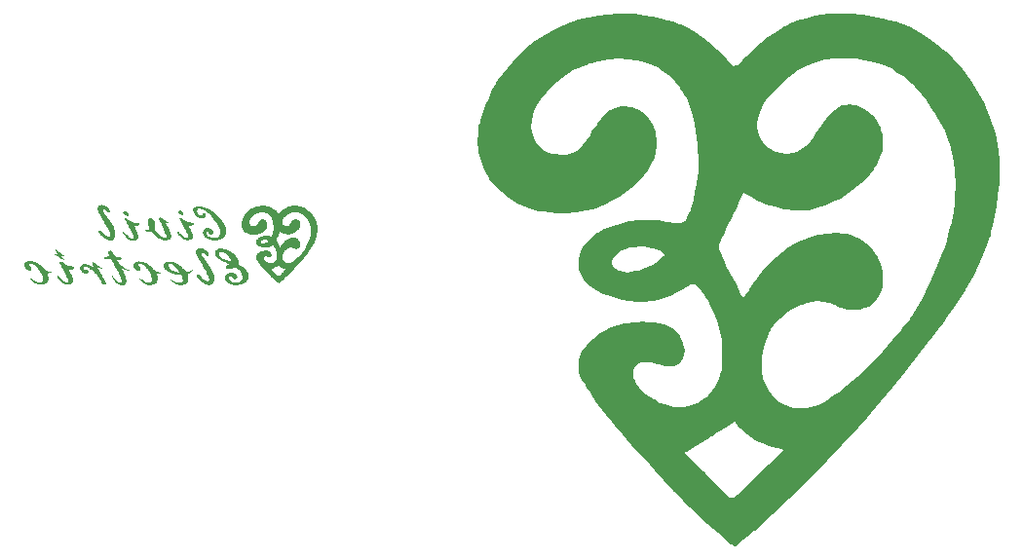
<source format=gbo>
G04*
G04 #@! TF.GenerationSoftware,Altium Limited,Altium Designer,18.1.7 (191)*
G04*
G04 Layer_Color=32896*
%FSLAX44Y44*%
%MOMM*%
G71*
G01*
G75*
G36*
X1083767Y564428D02*
X1092898Y562817D01*
X1100954Y561206D01*
X1107399Y559595D01*
X1112770Y558521D01*
X1115993Y557446D01*
X1116530Y556909D01*
X1117067D01*
X1125660Y553150D01*
X1134253Y548853D01*
X1141773Y543482D01*
X1148755Y538648D01*
X1154125Y534352D01*
X1158422Y530592D01*
X1161107Y527907D01*
X1162182Y526833D01*
X1168090Y520388D01*
X1173460Y513943D01*
X1177757Y507498D01*
X1182054Y501053D01*
X1189036Y488700D01*
X1193869Y477421D01*
X1197092Y467753D01*
X1198703Y463457D01*
X1199240Y460234D01*
X1200314Y457012D01*
Y454864D01*
X1200852Y453789D01*
Y453252D01*
X1201926Y444122D01*
X1202463Y439825D01*
Y436066D01*
X1203000Y432843D01*
Y430158D01*
Y428546D01*
Y428009D01*
X1202463Y417805D01*
X1201389Y407600D01*
X1200314Y397933D01*
X1198703Y389339D01*
X1197092Y381820D01*
X1195481Y375912D01*
X1194944Y373764D01*
Y372153D01*
X1194407Y371616D01*
Y371079D01*
X1191184Y361948D01*
X1187424Y353892D01*
X1184202Y345836D01*
X1180443Y338854D01*
X1177757Y332946D01*
X1175072Y328649D01*
X1173460Y325964D01*
X1172923Y324889D01*
X1162719Y309851D01*
X1157885Y302869D01*
X1153588Y296424D01*
X1149292Y291053D01*
X1146606Y287294D01*
X1144458Y284608D01*
X1143921Y283534D01*
X1132105Y268496D01*
X1120826Y253995D01*
X1109548Y240567D01*
X1099880Y228752D01*
X1095046Y223381D01*
X1091287Y218547D01*
X1087527Y214250D01*
X1084305Y210491D01*
X1081619Y207805D01*
X1080008Y205657D01*
X1078934Y204583D01*
X1078397Y204046D01*
X1065507Y190082D01*
X1052617Y176654D01*
X1040264Y164302D01*
X1028985Y153023D01*
X1024151Y148189D01*
X1019855Y143892D01*
X1015558Y140133D01*
X1012336Y136910D01*
X1009650Y134225D01*
X1007502Y132077D01*
X1006428Y131003D01*
X1005891Y130465D01*
X999983Y125094D01*
X994612Y120261D01*
X993001Y118112D01*
X991389Y116501D01*
X990315Y115964D01*
X989778Y115427D01*
X983333Y110593D01*
X977962Y106297D01*
X975814Y104685D01*
X974203Y103074D01*
X973129Y102537D01*
X972591Y102000D01*
X970443Y103611D01*
X969369Y104148D01*
X967758Y105222D01*
X967221Y105759D01*
X958090Y113816D01*
X948960Y121872D01*
X940903Y129391D01*
X933921Y136373D01*
X928014Y142281D01*
X923180Y147115D01*
X920494Y149800D01*
X919420Y150875D01*
X910827Y160005D01*
X902771Y168598D01*
X895251Y177192D01*
X888269Y184174D01*
X882898Y190619D01*
X878602Y195452D01*
X875916Y198675D01*
X874842Y199749D01*
X868397Y207268D01*
X863026Y214250D01*
X860878Y216936D01*
X859267Y219084D01*
X858193Y220158D01*
X857656Y220695D01*
X851748Y228752D01*
X846914Y235734D01*
X845303Y238419D01*
X843691Y240567D01*
X843154Y242179D01*
X842617Y242716D01*
X839932Y247012D01*
X838321Y250772D01*
X837246Y254531D01*
X836709Y257217D01*
Y259902D01*
Y262051D01*
X837246Y263125D01*
Y263662D01*
X838321Y267421D01*
X839932Y271181D01*
X844229Y277089D01*
X846377Y279774D01*
X848525Y281386D01*
X849599Y282460D01*
X850136Y282997D01*
X854433Y286756D01*
X859267Y289442D01*
X863564Y291590D01*
X867860Y293202D01*
X871083Y294276D01*
X873768Y295350D01*
X875916Y295887D01*
X876453D01*
X887195Y296961D01*
X892566Y297498D01*
X896863Y296961D01*
X903845D01*
X905993Y296424D01*
X906530D01*
X911364Y295350D01*
X915124Y293739D01*
X917809Y292664D01*
X918346Y292127D01*
X918883D01*
X922643Y288905D01*
X925328Y285145D01*
X926402Y282460D01*
X926939Y281923D01*
Y281386D01*
X928014Y278163D01*
X928551Y275478D01*
X929088Y273329D01*
Y272255D01*
X928551Y269033D01*
X927476Y265810D01*
X926402Y263662D01*
X925865Y263125D01*
X923717Y260439D01*
X921569Y259365D01*
X919420Y258828D01*
X912438D01*
X910290Y259365D01*
X909753D01*
X907067Y260439D01*
X904919Y260977D01*
X903308Y261514D01*
X902771D01*
X900085Y262051D01*
X897400Y262588D01*
X895251D01*
X890955Y262051D01*
X887732Y260439D01*
X886121Y258828D01*
X885584Y258291D01*
X884510Y255069D01*
Y251309D01*
Y248624D01*
X885047Y248086D01*
Y247549D01*
X887195Y243790D01*
X889343Y240567D01*
X895251Y234659D01*
X898474Y232511D01*
X900622Y231437D01*
X902234Y230363D01*
X902771Y229826D01*
X907604Y227140D01*
X912438Y225529D01*
X916735Y224455D01*
X919957Y223381D01*
X927476D01*
X932310Y224455D01*
X936607Y225529D01*
X940366Y227140D01*
X943589Y229289D01*
X946274Y230900D01*
X948423Y231974D01*
X949497Y233048D01*
X950034Y233585D01*
X953256Y237345D01*
X955405Y241104D01*
X957553Y244864D01*
X959164Y248086D01*
X960238Y251309D01*
X960776Y253994D01*
X961313Y255606D01*
Y256143D01*
X961850Y263125D01*
Y269570D01*
Y276015D01*
X961313Y281386D01*
X960776Y285682D01*
X959701Y288905D01*
X959164Y291590D01*
Y292127D01*
X957016Y298572D01*
X954868Y304480D01*
X952182Y309851D01*
X949497Y315222D01*
X947348Y318981D01*
X945200Y322204D01*
X944126Y324352D01*
X943589Y324889D01*
X941441Y327575D01*
X939292Y329186D01*
X937681Y330260D01*
X937144D01*
X934458Y329723D01*
X931773Y328649D01*
X929625Y327575D01*
X929088Y327038D01*
X922643Y323278D01*
X916735Y320056D01*
X910827Y317907D01*
X905456Y316296D01*
X901159Y315759D01*
X897937Y315222D01*
X895251Y314685D01*
X888269D01*
X881287Y315759D01*
X875379Y316833D01*
X870008Y317907D01*
X865175Y319519D01*
X861415Y320593D01*
X859267Y321130D01*
X858193Y321667D01*
X852285Y324889D01*
X847451Y328112D01*
X844229Y330797D01*
X843691Y331871D01*
X843154D01*
X841006Y334557D01*
X839395Y337242D01*
X837246Y342613D01*
Y345299D01*
X836709Y347447D01*
Y348521D01*
Y349058D01*
Y352281D01*
X837784Y355503D01*
X839395Y360874D01*
X841543Y364096D01*
X842080Y364633D01*
X842617Y365171D01*
X847451Y370004D01*
X851748Y373764D01*
X855507Y375912D01*
X856044Y376986D01*
X856581D01*
X857119Y377523D01*
X857656D01*
X858193Y378061D01*
X858730D01*
X868934Y381820D01*
X873768Y382894D01*
X878065Y383969D01*
X881287Y385043D01*
X883973D01*
X886121Y385580D01*
X886658D01*
X892029Y386117D01*
X901696D01*
X906530Y385580D01*
X910290Y385043D01*
X912975Y384506D01*
X915124Y383969D01*
X915661D01*
X918883Y383431D01*
X925328D01*
X927476Y383969D01*
X928014D01*
X929088Y385043D01*
X930162Y386117D01*
X932310Y389876D01*
X933921Y393636D01*
X934458Y394710D01*
Y395247D01*
X936607Y402766D01*
X938218Y410286D01*
X939829Y417268D01*
X940366Y423176D01*
X940903Y428546D01*
X941441Y432843D01*
Y434991D01*
Y436066D01*
X940366Y451104D01*
X939829Y458086D01*
X938755Y463994D01*
X937681Y469365D01*
X937144Y473661D01*
X936070Y475810D01*
Y476884D01*
X932847Y487089D01*
X930699Y491385D01*
X928550Y495145D01*
X926939Y498367D01*
X925328Y500516D01*
X924791Y502127D01*
X924254Y502664D01*
X921031Y506423D01*
X917272Y510183D01*
X910290Y515554D01*
X907067Y517702D01*
X904382Y519313D01*
X902770Y519851D01*
X902234Y520388D01*
X896863Y522536D01*
X892029Y524147D01*
X881287Y525758D01*
X871620Y526296D01*
X862489Y525758D01*
X854433Y524147D01*
X848525Y522536D01*
X846377Y521999D01*
X844766Y521462D01*
X843691Y520925D01*
X843154D01*
X831876Y516091D01*
X822745Y509646D01*
X814689Y503201D01*
X808781Y496756D01*
X803947Y490848D01*
X800725Y486014D01*
X799113Y482255D01*
X798576Y481718D01*
Y481180D01*
X796965Y476884D01*
X796428Y473124D01*
X795891Y466679D01*
X796428Y463994D01*
Y461846D01*
X796965Y460771D01*
Y460234D01*
X798039Y457012D01*
X800188Y453789D01*
X803947Y448955D01*
X807707Y446270D01*
X808781Y445196D01*
X809318D01*
X813078Y443585D01*
X816300Y443048D01*
X822745Y442510D01*
X827042D01*
X828116Y443048D01*
X828653D01*
X831876Y444659D01*
X835098Y446270D01*
X840469Y451104D01*
X842080Y453252D01*
X843691Y454864D01*
X844229Y455938D01*
X844766Y456475D01*
X846914Y459697D01*
X848525Y462920D01*
X850136Y465068D01*
X850674Y465605D01*
X852822Y468828D01*
X854433Y471513D01*
X856044Y473124D01*
X856581Y473661D01*
X860341Y477958D01*
X864101Y481180D01*
X867323Y482792D01*
X867860Y483329D01*
X868397D01*
X871083Y484403D01*
X873768Y484940D01*
X878602D01*
X880750Y484403D01*
X882361D01*
X883436Y483866D01*
X883973D01*
X889881Y481180D01*
X894714Y477958D01*
X897400Y475273D01*
X898474Y474736D01*
Y474198D01*
X901696Y468828D01*
X903845Y462920D01*
X904382Y460771D01*
Y458623D01*
X904919Y457549D01*
Y457012D01*
Y450567D01*
X904382Y445196D01*
X903845Y443048D01*
X903308Y441436D01*
X902771Y440362D01*
Y439825D01*
X900085Y433917D01*
X897400Y429084D01*
X894714Y425861D01*
X893640Y425324D01*
Y424787D01*
X886658Y417268D01*
X879676Y411360D01*
X872694Y406526D01*
X866249Y402766D01*
X860341Y399544D01*
X856044Y397933D01*
X853359Y396858D01*
X852285Y396321D01*
X843691Y394173D01*
X834561Y392562D01*
X826505Y392025D01*
X818448D01*
X812003Y392562D01*
X806633Y393099D01*
X805022D01*
X803410Y393636D01*
X802336D01*
X792132Y396858D01*
X783538Y400618D01*
X776019Y405452D01*
X770111Y410286D01*
X765277Y415119D01*
X761518Y418879D01*
X759369Y421564D01*
X758832Y422639D01*
X755610Y428546D01*
X753462Y434454D01*
X751313Y439825D01*
X750239Y444659D01*
X749702Y448955D01*
X749165Y452178D01*
Y454326D01*
Y454864D01*
X749702Y461308D01*
X750239Y467216D01*
X750776Y469365D01*
X751313Y470976D01*
X751850Y472050D01*
Y472587D01*
X753998Y479569D01*
X756147Y486014D01*
X758832Y491922D01*
X760981Y497293D01*
X763129Y501590D01*
X765277Y504812D01*
X766351Y506960D01*
X766889Y507498D01*
X774945Y518239D01*
X779241Y523073D01*
X783001Y527370D01*
X786224Y530592D01*
X788909Y533278D01*
X791057Y534889D01*
X791594Y535426D01*
X799113Y541334D01*
X807170Y546705D01*
X814689Y551001D01*
X821671Y554224D01*
X827579Y556909D01*
X831876Y558521D01*
X835098Y559595D01*
X835635Y560132D01*
X836172D01*
X845303Y562280D01*
X853896Y563891D01*
X862489Y564428D01*
X870008Y564966D01*
X886121D01*
X894177Y563891D01*
X901159Y562817D01*
X908141Y561206D01*
X914049Y559595D01*
X918883Y558521D01*
X922643Y556909D01*
X924791Y556372D01*
X925865Y555835D01*
X932847Y552613D01*
X939292Y548853D01*
X945200Y544556D01*
X950034Y540797D01*
X954331Y537037D01*
X957553Y534352D01*
X959701Y532203D01*
X960238Y531666D01*
X962387Y529518D01*
X964535Y527370D01*
X965609Y525758D01*
X966146Y525221D01*
X968295Y523073D01*
X969906Y521462D01*
X970980Y520388D01*
X971517Y519851D01*
X973665Y520388D01*
X974740D01*
X975814Y520925D01*
X976351Y521462D01*
X978499Y524147D01*
X979036Y524684D01*
X979573Y525221D01*
X982259Y527907D01*
X982796Y528444D01*
X983333Y528981D01*
X989241Y534889D01*
X995686Y540260D01*
X1001594Y545093D01*
X1007502Y548853D01*
X1012336Y552076D01*
X1016095Y554224D01*
X1018243Y555298D01*
X1019317Y555835D01*
X1026837Y559058D01*
X1034356Y561206D01*
X1041875Y563354D01*
X1048320Y564428D01*
X1054228Y564966D01*
X1059062Y565503D01*
X1073563D01*
X1083767Y564428D01*
D02*
G37*
G36*
X423876Y398936D02*
X424891Y398702D01*
X425282Y398545D01*
X425594Y398467D01*
X425828Y398311D01*
X425906D01*
X426766Y397842D01*
X427469Y397374D01*
X428093Y396905D01*
X428562Y396358D01*
X428875Y395968D01*
X429109Y395577D01*
X429265Y395343D01*
X429343Y395265D01*
X429577Y394718D01*
X429656Y394328D01*
X429812Y394015D01*
Y393859D01*
Y393391D01*
X429656Y393000D01*
X429421Y392688D01*
X429343Y392609D01*
X429109Y392453D01*
X428562D01*
X428328Y392531D01*
X428250Y392609D01*
X427859Y393000D01*
X427547Y393312D01*
X427312Y393469D01*
X427234Y393547D01*
X426844Y393859D01*
X426453Y394093D01*
X426141Y394250D01*
X426063Y394328D01*
X425672Y394562D01*
X425282Y394796D01*
X424969Y394874D01*
X424891Y394953D01*
X424422Y395031D01*
X424110Y394953D01*
X423954Y394874D01*
X423876Y394796D01*
X423720Y394406D01*
X423642Y394093D01*
X423720Y393781D01*
Y393703D01*
X423954Y393234D01*
X424032Y393078D01*
Y393000D01*
X424344Y392609D01*
X424422Y392453D01*
X424501Y392375D01*
X425047Y391750D01*
X425516Y391125D01*
X425828Y390735D01*
X425985Y390657D01*
Y390579D01*
X426531Y389954D01*
X427000Y389329D01*
X427312Y388860D01*
X427469Y388782D01*
Y388704D01*
X428406Y387376D01*
X428796Y386752D01*
X429187Y386205D01*
X429499Y385736D01*
X429734Y385346D01*
X429890Y385111D01*
X429968Y385033D01*
X430827Y383705D01*
X431218Y383081D01*
X431608Y382534D01*
X431921Y382065D01*
X432155Y381675D01*
X432233Y381440D01*
X432311Y381362D01*
X432858Y380034D01*
X433092Y379410D01*
X433326Y378863D01*
X433483Y378394D01*
X433639Y378004D01*
X433717Y377770D01*
Y377691D01*
X434029Y376286D01*
X434186Y375661D01*
X434342Y375036D01*
X434420Y374567D01*
Y374177D01*
X434498Y373942D01*
Y373864D01*
X434420Y373552D01*
Y373239D01*
Y373083D01*
Y373005D01*
X434342Y372615D01*
Y372458D01*
Y372380D01*
X434186Y371599D01*
X433873Y370896D01*
X433483Y370271D01*
X433092Y369725D01*
X432780Y369334D01*
X432467Y369022D01*
X432233Y368866D01*
X432155Y368787D01*
X431374Y368397D01*
X430593Y368241D01*
X429890Y368163D01*
X429187Y368241D01*
X428562Y368319D01*
X428093Y368475D01*
X427781Y368553D01*
X427703Y368631D01*
X426844Y369100D01*
X426063Y369568D01*
X425360Y370037D01*
X424735Y370428D01*
X424266Y370818D01*
X423876Y371131D01*
X423642Y371365D01*
X423563Y371443D01*
X422314Y372693D01*
X421767Y373239D01*
X421220Y373786D01*
X420830Y374255D01*
X420517Y374645D01*
X420283Y374880D01*
X420205Y374958D01*
X420049Y375192D01*
X419971Y375504D01*
Y375739D01*
Y375817D01*
Y376207D01*
X420049Y376520D01*
X420127Y376598D01*
X420205Y376676D01*
X420361Y376832D01*
X420673Y376910D01*
X421376D01*
X421611Y376832D01*
X421767Y376754D01*
X421845D01*
X422314Y376442D01*
X422626Y376129D01*
X422860Y375895D01*
X422938Y375817D01*
X423329Y375426D01*
X423642Y375036D01*
X423876Y374723D01*
X423954Y374645D01*
X424579Y373942D01*
X425204Y373396D01*
X425594Y373005D01*
X425672Y372927D01*
X425750Y372849D01*
X426453Y372302D01*
X427156Y371990D01*
X427391Y371833D01*
X427625Y371755D01*
X427781Y371677D01*
X427859D01*
X428328Y371599D01*
X428640Y371521D01*
X429265Y371599D01*
X429577Y371677D01*
X429734Y371755D01*
X429968Y371990D01*
X430124Y372224D01*
X430202Y372849D01*
X430124Y373317D01*
Y373474D01*
Y373552D01*
X429968Y374255D01*
X429812Y374880D01*
X429734Y375270D01*
X429656Y375348D01*
Y375426D01*
X429421Y376129D01*
X429109Y376676D01*
X428953Y376988D01*
X428875Y377145D01*
X428093Y378472D01*
X427391Y379800D01*
X426688Y380972D01*
X426063Y382065D01*
X425516Y382924D01*
X425126Y383627D01*
X424813Y384096D01*
X424735Y384252D01*
X423954Y385580D01*
X423173Y386908D01*
X422548Y388079D01*
X421923Y389173D01*
X421376Y390110D01*
X420986Y390813D01*
X420752Y391282D01*
X420673Y391438D01*
X420283Y392141D01*
X419971Y392766D01*
X419814Y393234D01*
X419736Y393312D01*
Y393391D01*
X419424Y394172D01*
X419268Y394874D01*
X419111Y395421D01*
Y395499D01*
Y395577D01*
X419033Y396046D01*
Y396437D01*
X419189Y397140D01*
X419424Y397530D01*
X419502Y397686D01*
X420049Y398233D01*
X420673Y398624D01*
X421220Y398780D01*
X421376Y398858D01*
X421455D01*
X421923Y399014D01*
X422392Y399092D01*
X422782D01*
X423876Y398936D01*
D02*
G37*
G36*
X591177Y398389D02*
X592661Y398233D01*
X593988Y398077D01*
X595160Y397842D01*
X596097Y397530D01*
X596878Y397374D01*
X597347Y397218D01*
X597425Y397140D01*
X597503D01*
X598831Y396593D01*
X600003Y395968D01*
X601174Y395187D01*
X602111Y394484D01*
X602971Y393859D01*
X603517Y393312D01*
X603908Y392922D01*
X604064Y392766D01*
X604923Y391828D01*
X605704Y390891D01*
X606329Y389954D01*
X606954Y389017D01*
X607969Y387220D01*
X608672Y385580D01*
X609219Y384174D01*
X609375Y383627D01*
X609531Y383081D01*
X609609Y382690D01*
X609688Y382378D01*
X609766Y382221D01*
Y382143D01*
X609922Y380816D01*
X610000Y380191D01*
Y379566D01*
X610078Y379097D01*
Y378707D01*
Y378473D01*
Y378394D01*
X610000Y376910D01*
X609844Y375426D01*
X609688Y374021D01*
X609375Y372771D01*
X609141Y371755D01*
X608985Y370896D01*
X608907Y370584D01*
X608828Y370350D01*
X608750Y370271D01*
Y370193D01*
X608282Y368866D01*
X607735Y367616D01*
X607266Y366522D01*
X606720Y365507D01*
X606329Y364648D01*
X605938Y364023D01*
X605704Y363633D01*
X605626Y363476D01*
X604142Y361289D01*
X603439Y360274D01*
X602814Y359337D01*
X602189Y358556D01*
X601799Y358009D01*
X601487Y357618D01*
X601408Y357462D01*
X599690Y355275D01*
X597972Y353088D01*
X596410Y351136D01*
X594926Y349417D01*
X594223Y348636D01*
X593676Y348012D01*
X593129Y347387D01*
X592661Y346840D01*
X592270Y346449D01*
X592036Y346137D01*
X591880Y345981D01*
X591801Y345903D01*
X589927Y343872D01*
X588052Y341919D01*
X586256Y340045D01*
X584616Y338405D01*
X583913Y337702D01*
X583288Y337077D01*
X582663Y336530D01*
X582195Y336062D01*
X581804Y335671D01*
X581492Y335359D01*
X581335Y335202D01*
X581257Y335124D01*
X580398Y334343D01*
X579695Y333640D01*
X579383Y333406D01*
X579148Y333172D01*
X578992Y333093D01*
X578914Y333015D01*
X577977Y332312D01*
X577196Y331688D01*
X576884Y331453D01*
X576649Y331219D01*
X576493Y331141D01*
X576415Y331063D01*
X576102Y331219D01*
X575946Y331297D01*
X575712Y331531D01*
X575634Y331609D01*
X574306Y332781D01*
X572978Y333953D01*
X571807Y335046D01*
X570791Y336062D01*
X569932Y336921D01*
X569229Y337546D01*
X568839Y338014D01*
X568683Y338170D01*
X567433Y339498D01*
X566261Y340748D01*
X565168Y341919D01*
X564152Y343013D01*
X563371Y343950D01*
X562747Y344653D01*
X562356Y345122D01*
X562200Y345200D01*
Y345278D01*
X561341Y346371D01*
X560560Y347309D01*
X560247Y347699D01*
X560013Y348012D01*
X559857Y348168D01*
X559779Y348246D01*
X558919Y349417D01*
X558138Y350433D01*
X557904Y350823D01*
X557670Y351136D01*
X557592Y351370D01*
X557513Y351448D01*
X557123Y352073D01*
X556889Y352620D01*
X556732Y353167D01*
X556654Y353635D01*
Y354026D01*
Y354338D01*
X556732Y354494D01*
Y354572D01*
X556889Y355119D01*
X557123Y355666D01*
X557748Y356525D01*
X558060Y356837D01*
X558373Y357072D01*
X558529Y357228D01*
X558607Y357306D01*
X559310Y357853D01*
X559935Y358243D01*
X560638Y358556D01*
X561184Y358790D01*
X561731Y358946D01*
X562122Y359102D01*
X562356Y359180D01*
X562434D01*
X563996Y359337D01*
X564777Y359415D01*
X565402Y359337D01*
X566417D01*
X566730Y359259D01*
X566808D01*
X567511Y359102D01*
X568058Y358868D01*
X568448Y358712D01*
X568526Y358634D01*
X568604D01*
X569151Y358243D01*
X569542Y357696D01*
X569776Y357306D01*
X569854Y357228D01*
Y357150D01*
X570010Y356603D01*
X570088Y356213D01*
X570166Y355900D01*
Y355744D01*
X570088Y355275D01*
X569932Y354807D01*
X569776Y354494D01*
X569698Y354416D01*
X569307Y354026D01*
X568995Y353869D01*
X568683Y353791D01*
X568136D01*
X567667Y353869D01*
X567355Y353947D01*
X567277D01*
X566886Y354026D01*
X566574Y354104D01*
X566339Y354182D01*
X566261D01*
X565871Y354260D01*
X565480Y354338D01*
X565246Y354416D01*
X565168D01*
X564543Y354338D01*
X564074Y354104D01*
X563840Y353869D01*
X563762Y353791D01*
X563606Y353245D01*
Y352776D01*
Y352385D01*
X563684Y352307D01*
Y352229D01*
X563996Y351683D01*
X564309Y351214D01*
X565168Y350355D01*
X565636Y350042D01*
X565949Y349808D01*
X566183Y349652D01*
X566261Y349574D01*
X566964Y349183D01*
X567667Y348949D01*
X568292Y348793D01*
X568839Y348714D01*
X569307Y348636D01*
X569932D01*
X570635Y348793D01*
X571182Y348949D01*
X571729Y349261D01*
X572197Y349496D01*
X572588Y349730D01*
X572900Y349964D01*
X573056Y350120D01*
X573134Y350199D01*
X573603Y350745D01*
X573915Y351292D01*
X574228Y351761D01*
X574462Y352307D01*
X574618Y352776D01*
X574697Y353088D01*
X574775Y353323D01*
Y353401D01*
X574853Y354416D01*
Y355432D01*
Y356291D01*
X574775Y357150D01*
X574697Y357775D01*
X574540Y358243D01*
X574462Y358634D01*
Y358712D01*
X574150Y359649D01*
X573837Y360508D01*
X573447Y361289D01*
X573056Y361992D01*
X572744Y362539D01*
X572431Y363008D01*
X572275Y363320D01*
X572197Y363398D01*
X571885Y363789D01*
X571572Y364023D01*
X571338Y364179D01*
X570947D01*
X570557Y363945D01*
X570245Y363789D01*
X570166Y363711D01*
X569229Y363164D01*
X568370Y362695D01*
X567511Y362383D01*
X566730Y362149D01*
X566027Y362070D01*
X565558Y361992D01*
X565168Y361914D01*
X564152D01*
X563215Y362070D01*
X562278Y362227D01*
X561497Y362383D01*
X560794Y362617D01*
X560325Y362773D01*
X559935Y362851D01*
X559857Y362930D01*
X558997Y363398D01*
X558216Y363867D01*
X557748Y364257D01*
X557670Y364414D01*
X557592D01*
X557279Y364804D01*
X557045Y365195D01*
X556732Y366054D01*
Y366366D01*
X556654Y366679D01*
Y366835D01*
Y366913D01*
Y367460D01*
X556810Y367928D01*
X557045Y368709D01*
X557201Y368944D01*
X557357Y369178D01*
X557435Y369256D01*
X557513Y369334D01*
X558216Y369959D01*
X558841Y370506D01*
X559388Y370818D01*
X559466Y370974D01*
X559544D01*
X559700Y371053D01*
X559779D01*
X559857Y371131D01*
X559935D01*
X561341Y371677D01*
X562043Y371912D01*
X562668Y372068D01*
X563137Y372146D01*
X563606Y372224D01*
X563840Y372302D01*
X563918D01*
X565480Y372380D01*
X566183Y372302D01*
X566808D01*
X567355Y372224D01*
X567745Y372146D01*
X568058Y372068D01*
X568136D01*
X568604Y371990D01*
X569073Y371912D01*
X570010D01*
X570166Y372068D01*
X570323Y372302D01*
X570635Y372849D01*
X570869Y373396D01*
X570947Y373552D01*
Y373630D01*
X571260Y374723D01*
X571494Y375817D01*
X571650Y376832D01*
X571729Y377770D01*
X571807Y378551D01*
X571885Y379097D01*
Y379488D01*
Y379644D01*
X571807Y381831D01*
X571650Y382846D01*
X571494Y383705D01*
X571416Y384487D01*
X571260Y385111D01*
X571182Y385424D01*
Y385580D01*
X570635Y386986D01*
X570401Y387611D01*
X570088Y388158D01*
X569776Y388626D01*
X569620Y388938D01*
X569464Y389173D01*
X569385Y389251D01*
X568917Y389876D01*
X568370Y390344D01*
X567823Y390813D01*
X567355Y391204D01*
X566886Y391438D01*
X566496Y391672D01*
X566261Y391828D01*
X566183D01*
X565402Y392141D01*
X564699Y392375D01*
X563137Y392609D01*
X561731Y392688D01*
X560403Y392609D01*
X559232Y392375D01*
X558373Y392141D01*
X558060Y392063D01*
X557826Y391985D01*
X557670Y391907D01*
X557592D01*
X555951Y391204D01*
X554624Y390266D01*
X553530Y389329D01*
X552593Y388392D01*
X551968Y387533D01*
X551499Y386830D01*
X551265Y386283D01*
X551187Y386205D01*
Y386127D01*
X550953Y385580D01*
X550874Y385033D01*
X550796Y384018D01*
X550874Y383627D01*
Y383315D01*
X550953Y383159D01*
Y383081D01*
X551109Y382612D01*
X551421Y382143D01*
X551968Y381519D01*
X552437Y381128D01*
X552593Y380972D01*
X552671D01*
X553218Y380737D01*
X553686Y380581D01*
X554624Y380503D01*
X554936Y380581D01*
X555248D01*
X555405Y380659D01*
X555483D01*
X555951Y380894D01*
X556420Y381128D01*
X557201Y381753D01*
X557670Y382300D01*
X557748Y382456D01*
X557826Y382534D01*
X558138Y383003D01*
X558373Y383471D01*
X558607Y383784D01*
X558685Y383862D01*
X558997Y384330D01*
X559232Y384721D01*
X559466Y385033D01*
X559544Y385111D01*
X560169Y385736D01*
X560716Y386205D01*
X561184Y386439D01*
X561263Y386517D01*
X561341D01*
X562043Y386674D01*
X562747D01*
X563059Y386595D01*
X563293D01*
X563449Y386517D01*
X563527D01*
X564387Y386127D01*
X565090Y385658D01*
X565480Y385268D01*
X565636Y385190D01*
Y385111D01*
X566105Y384330D01*
X566417Y383549D01*
X566496Y383237D01*
Y382924D01*
X566574Y382768D01*
Y382690D01*
Y381753D01*
X566496Y380972D01*
X566417Y380659D01*
X566339Y380425D01*
X566261Y380269D01*
Y380191D01*
X565871Y379332D01*
X565480Y378629D01*
X565090Y378082D01*
X564933Y378004D01*
Y377926D01*
X563918Y376910D01*
X562903Y375973D01*
X561887Y375270D01*
X560950Y374723D01*
X560091Y374333D01*
X559466Y374021D01*
X559076Y373864D01*
X558919Y373786D01*
X557670Y373474D01*
X556342Y373317D01*
X555170Y373239D01*
X553999D01*
X553061Y373317D01*
X552280Y373396D01*
X552046D01*
X551812Y373474D01*
X551656D01*
X550172Y373864D01*
X548922Y374489D01*
X547828Y375114D01*
X546969Y375817D01*
X546266Y376520D01*
X545720Y377067D01*
X545407Y377457D01*
X545329Y377613D01*
X544704Y378941D01*
X544314Y380191D01*
X544079Y381441D01*
X544001Y382612D01*
X544079Y383549D01*
X544157Y384330D01*
X544236Y384565D01*
Y384799D01*
X544314Y384877D01*
Y384955D01*
X544626Y385971D01*
X544939Y386908D01*
X545329Y387767D01*
X545642Y388470D01*
X545954Y389095D01*
X546266Y389563D01*
X546423Y389876D01*
X546501Y389954D01*
X547672Y391594D01*
X548297Y392297D01*
X548922Y392844D01*
X549390Y393391D01*
X549781Y393781D01*
X550093Y394015D01*
X550172Y394094D01*
X551265Y394953D01*
X552359Y395734D01*
X553452Y396280D01*
X554467Y396827D01*
X555326Y397140D01*
X555951Y397452D01*
X556420Y397530D01*
X556498Y397608D01*
X556576D01*
X557904Y397921D01*
X559154Y398155D01*
X560403Y398233D01*
X561497Y398311D01*
X563840D01*
X565011Y398233D01*
X566105Y398077D01*
X567042Y397842D01*
X567901Y397608D01*
X568683Y397374D01*
X569229Y397140D01*
X569542Y397062D01*
X569698Y396983D01*
X570713Y396515D01*
X571650Y395968D01*
X572431Y395421D01*
X573213Y394796D01*
X573759Y394328D01*
X574228Y393937D01*
X574540Y393625D01*
X574618Y393547D01*
X574931Y393234D01*
X575243Y392922D01*
X575400Y392688D01*
X575478Y392609D01*
X575790Y392297D01*
X576024Y391985D01*
X576180Y391750D01*
X576259Y391672D01*
X576571Y391828D01*
X576727Y391907D01*
X576884Y391985D01*
X576962D01*
X577274Y392375D01*
X577352Y392531D01*
X577430D01*
X577821Y392922D01*
X577899Y393078D01*
X577977D01*
X578914Y394015D01*
X579851Y394796D01*
X580711Y395421D01*
X581492Y395968D01*
X582195Y396437D01*
X582741Y396749D01*
X583054Y396905D01*
X583210Y396983D01*
X584304Y397452D01*
X585397Y397842D01*
X586490Y398077D01*
X587506Y398233D01*
X588365Y398389D01*
X588990Y398467D01*
X589615D01*
X591177Y398389D01*
D02*
G37*
G36*
X491046Y394250D02*
X491515Y394093D01*
X491827Y393937D01*
X491905Y393859D01*
X492452Y393312D01*
X492921Y392766D01*
X493233Y392297D01*
X493311Y392141D01*
Y392063D01*
X493467Y391672D01*
X493545Y391360D01*
X493624Y390813D01*
X493545Y390501D01*
Y390423D01*
X493467Y390266D01*
X493311Y390110D01*
X493155Y390032D01*
X492530D01*
X491905Y390344D01*
X491358Y390657D01*
X490968Y390891D01*
X490890Y390969D01*
X490812D01*
X490187Y391360D01*
X489562Y391672D01*
X489172Y391907D01*
X489094Y391985D01*
X489015D01*
X488859Y392063D01*
X488781Y392219D01*
X488703Y392297D01*
Y392375D01*
X488547Y392688D01*
X488469Y392844D01*
X488703Y393156D01*
X488781Y393312D01*
X489015Y393625D01*
X489094Y393703D01*
X489172D01*
X489718Y394093D01*
X490109Y394250D01*
X490421Y394328D01*
X490578D01*
X491046Y394250D01*
D02*
G37*
G36*
X443558Y393703D02*
X443636D01*
X444105Y393547D01*
X444496Y393312D01*
X445042Y392766D01*
X445433Y392297D01*
X445511Y392141D01*
Y392063D01*
X445667Y391594D01*
X445823Y391125D01*
X445901Y390266D01*
Y389876D01*
X445823Y389563D01*
Y389407D01*
Y389329D01*
X444886Y389641D01*
X444105Y389954D01*
X443793Y390032D01*
X443558Y390188D01*
X443480Y390266D01*
X443402D01*
X442621Y390813D01*
X441996Y391204D01*
X441527Y391516D01*
X441449Y391672D01*
X441371D01*
X441293Y391750D01*
X441215Y391907D01*
Y392063D01*
Y392141D01*
Y392609D01*
X441293Y392688D01*
Y392766D01*
X441606Y393156D01*
X441918Y393391D01*
X442152Y393547D01*
X442309Y393625D01*
X442855Y393703D01*
X443246Y393781D01*
X443558Y393703D01*
D02*
G37*
G36*
X442621Y387845D02*
X442777Y387689D01*
X442933Y387611D01*
X443246Y387533D01*
X443324Y387454D01*
X443402D01*
X445355Y386439D01*
X446292Y385970D01*
X447073Y385502D01*
X447776Y385111D01*
X448245Y384799D01*
X448557Y384643D01*
X448713Y384565D01*
X449729Y384096D01*
X450744Y383705D01*
X451681Y383471D01*
X452618Y383237D01*
X453400Y383159D01*
X453946Y383081D01*
X454493D01*
X454883Y383003D01*
X455118Y382846D01*
X455274Y382690D01*
Y382612D01*
X455352Y382300D01*
X455274Y382065D01*
X455196Y381909D01*
Y381831D01*
X454649Y381362D01*
X454493Y381206D01*
X454415Y381128D01*
X453868Y380816D01*
X453634Y380659D01*
X453556D01*
X453165Y380581D01*
X452384D01*
X451916Y380659D01*
X450978D01*
X451213Y380034D01*
X451447Y379566D01*
X451603Y379254D01*
X451681Y379097D01*
X451916Y378629D01*
X452150Y378160D01*
X452228Y377848D01*
X452306Y377770D01*
X452696Y376988D01*
X453009Y376286D01*
X453243Y375739D01*
X453321Y375661D01*
Y375583D01*
X453712Y374801D01*
X453946Y374099D01*
X454102Y373552D01*
X454180Y373474D01*
Y373396D01*
X454337Y372458D01*
X454415Y371599D01*
X454259Y370896D01*
X454102Y370271D01*
X453868Y369725D01*
X453634Y369412D01*
X453478Y369178D01*
X453400Y369100D01*
X452775Y368553D01*
X452150Y368241D01*
X451447Y368006D01*
X450744Y367850D01*
X449182D01*
X448869Y367928D01*
X448557Y368006D01*
X448323Y368084D01*
X448245D01*
X447932Y368241D01*
X447620Y368319D01*
X447385Y368475D01*
X447307D01*
X446058Y369256D01*
X445511Y369647D01*
X444964Y370037D01*
X444574Y370350D01*
X444261Y370584D01*
X444105Y370740D01*
X444027Y370818D01*
X443012Y371833D01*
X442230Y372771D01*
X441918Y373161D01*
X441684Y373474D01*
X441527Y373708D01*
X441449Y373786D01*
X441059Y374333D01*
X440981Y374489D01*
Y374567D01*
Y374958D01*
X441059Y375348D01*
X441215Y375661D01*
X441293Y375817D01*
X441840Y375348D01*
X441996Y375270D01*
X442074Y375192D01*
X442543Y374801D01*
X442699Y374645D01*
X442777Y374567D01*
X443558Y373864D01*
X444261Y373239D01*
X444730Y372771D01*
X444808Y372693D01*
X444886Y372615D01*
X445667Y371990D01*
X446292Y371365D01*
X446839Y370974D01*
X446917Y370896D01*
X446995Y370818D01*
X447385Y370506D01*
X447854Y370271D01*
X448088Y370115D01*
X448245Y370037D01*
X448479Y369959D01*
X448713Y369881D01*
X449182Y369959D01*
X449572Y370115D01*
X449650Y370193D01*
X449729D01*
X450041Y370506D01*
X450197Y370896D01*
X450275Y371131D01*
Y371287D01*
Y371912D01*
X450119Y372458D01*
X449963Y372927D01*
X449885Y373005D01*
Y373083D01*
X449729Y373552D01*
X449494Y373942D01*
X449416Y374177D01*
X449338Y374255D01*
X449182Y374723D01*
X448947Y375114D01*
X448869Y375348D01*
X448791Y375426D01*
X448245Y376442D01*
X447776Y377379D01*
X447620Y377691D01*
X447463Y378004D01*
X447307Y378160D01*
Y378238D01*
X446760Y379254D01*
X446292Y380191D01*
X446058Y380503D01*
X445979Y380816D01*
X445823Y380972D01*
Y381050D01*
X445198Y382221D01*
X444652Y383315D01*
X444417Y383705D01*
X444261Y384018D01*
X444105Y384252D01*
Y384330D01*
X443480Y385658D01*
X443168Y386205D01*
X442855Y386752D01*
X442621Y387220D01*
X442465Y387611D01*
X442387Y387845D01*
X442309Y387923D01*
X442621Y387845D01*
D02*
G37*
G36*
X509010Y397842D02*
X509323Y397764D01*
X509557D01*
X509713Y397686D01*
X509791D01*
X512212Y396905D01*
X514399Y395968D01*
X516430Y395031D01*
X518148Y394093D01*
X518852Y393625D01*
X519554Y393156D01*
X520101Y392844D01*
X520570Y392453D01*
X520960Y392219D01*
X521273Y391985D01*
X521429Y391907D01*
X521507Y391828D01*
X523303Y390266D01*
X524865Y388548D01*
X526193Y386908D01*
X527365Y385268D01*
X528302Y383784D01*
X528615Y383159D01*
X528927Y382612D01*
X529161Y382221D01*
X529318Y381909D01*
X529474Y381675D01*
Y381597D01*
X529864Y380503D01*
X530255Y379566D01*
X530411Y378551D01*
X530567Y377691D01*
X530645Y376051D01*
X530567Y374645D01*
X530333Y373474D01*
X530177Y373083D01*
X530020Y372693D01*
X529942Y372380D01*
X529786Y372146D01*
X529708Y372068D01*
Y371990D01*
X529161Y371287D01*
X528615Y370740D01*
X527287Y369803D01*
X525803Y369100D01*
X524397Y368631D01*
X523069Y368319D01*
X522444Y368241D01*
X521976Y368163D01*
X521585Y368084D01*
X520960D01*
X520257Y368163D01*
X519632Y368241D01*
X519164Y368319D01*
X519008D01*
X518305Y368397D01*
X517680Y368553D01*
X517289Y368631D01*
X517133Y368709D01*
X515649Y369256D01*
X515024Y369568D01*
X514478Y369881D01*
X514009Y370115D01*
X513618Y370350D01*
X513384Y370428D01*
X513306Y370506D01*
X512759Y370974D01*
X512212Y371521D01*
X511822Y371990D01*
X511510Y372537D01*
X511197Y373005D01*
X511041Y373396D01*
X510885Y373708D01*
Y373786D01*
X510650Y374645D01*
Y375348D01*
Y375661D01*
Y375895D01*
Y375973D01*
Y376051D01*
X510728Y376442D01*
X510885Y376832D01*
X511197Y377457D01*
X511588Y377848D01*
X511666Y378004D01*
X511744D01*
X512134Y378316D01*
X512447Y378629D01*
X513150Y378941D01*
X513618Y379175D01*
X514712D01*
X515493Y379019D01*
X515805D01*
X516040Y378941D01*
X516196Y378863D01*
X516274D01*
X517133Y378472D01*
X517758Y378082D01*
X518227Y377848D01*
X518305Y377691D01*
X518383D01*
X518930Y377067D01*
X519242Y376364D01*
X519320Y376051D01*
Y375817D01*
X519398Y375661D01*
Y375583D01*
Y374880D01*
X519320Y374411D01*
X519242Y374099D01*
X519164Y374021D01*
X518852Y373630D01*
X518461Y373396D01*
X518148Y373239D01*
X517992D01*
X517368Y373161D01*
X516899D01*
X516586Y373239D01*
X516508Y373317D01*
X516118Y373630D01*
X515805Y374021D01*
X515649Y374333D01*
X515571Y374489D01*
X515337Y374958D01*
X515259Y375114D01*
Y375192D01*
X515102Y375661D01*
X514946Y375739D01*
Y375817D01*
X514790Y375973D01*
X514634Y376051D01*
X514478Y376129D01*
X514399D01*
X514165Y376207D01*
X514009D01*
X513853Y376129D01*
X513697Y376051D01*
X513540Y375895D01*
X513462Y375817D01*
Y375739D01*
X513384Y375504D01*
Y375270D01*
Y375192D01*
Y375114D01*
X513462Y374645D01*
X513540Y374489D01*
Y374411D01*
X513775Y373942D01*
X513853Y373786D01*
Y373708D01*
X514321Y373005D01*
X514868Y372458D01*
X515493Y371912D01*
X516118Y371521D01*
X516665Y371209D01*
X517133Y370974D01*
X517446Y370896D01*
X517524Y370818D01*
X518461Y370506D01*
X519320Y370350D01*
X520101Y370271D01*
X520726D01*
X521351Y370350D01*
X521741Y370428D01*
X522054Y370506D01*
X522132D01*
X523147Y370974D01*
X523850Y371443D01*
X524319Y371833D01*
X524397Y371912D01*
X524475Y371990D01*
X524944Y372927D01*
X525256Y373786D01*
X525334Y374177D01*
X525412Y374489D01*
Y374645D01*
Y374723D01*
Y375817D01*
X525334Y376832D01*
X525256Y377145D01*
Y377457D01*
X525178Y377613D01*
Y377691D01*
X524865Y378707D01*
X524553Y379566D01*
X524397Y379956D01*
X524241Y380191D01*
X524163Y380347D01*
Y380425D01*
X523147Y382300D01*
X522679Y383159D01*
X522210Y383862D01*
X521819Y384487D01*
X521507Y385033D01*
X521351Y385346D01*
X521273Y385424D01*
X520023Y387142D01*
X519398Y387923D01*
X518852Y388626D01*
X518305Y389173D01*
X517914Y389563D01*
X517680Y389876D01*
X517602Y389954D01*
X516352Y391204D01*
X515805Y391750D01*
X515259Y392219D01*
X514790Y392609D01*
X514399Y392922D01*
X514165Y393078D01*
X514087Y393156D01*
X512681Y394093D01*
X511978Y394484D01*
X511275Y394796D01*
X510728Y395109D01*
X510338Y395265D01*
X510026Y395421D01*
X509948D01*
X509479Y395577D01*
X509010Y395656D01*
X508698Y395734D01*
X508620D01*
X508073Y395812D01*
X507682Y395890D01*
X507214D01*
X506745Y395812D01*
X506355Y395734D01*
X506120Y395577D01*
X506042Y395499D01*
X505730Y395109D01*
X505574Y394718D01*
X505495Y394406D01*
Y394328D01*
Y394250D01*
Y393781D01*
X505574Y393312D01*
X505886Y392453D01*
X506120Y392063D01*
X506277Y391828D01*
X506355Y391672D01*
X506433Y391594D01*
X506823Y391125D01*
X507214Y390735D01*
X507604Y390423D01*
X507995Y390266D01*
X508307Y390110D01*
X508542Y390032D01*
X508698Y389954D01*
X509791D01*
X510104Y390110D01*
X510260Y390423D01*
X510338Y390735D01*
Y390891D01*
X510416Y391204D01*
X510494Y391360D01*
X510650Y391672D01*
X510885Y391750D01*
X511744D01*
X511978Y391672D01*
X512056D01*
X512447Y391516D01*
X512759Y391204D01*
X512915Y390969D01*
X512994Y390891D01*
X513150Y390423D01*
X513072Y390032D01*
Y389720D01*
X512994Y389641D01*
X512525Y389017D01*
X512134Y388548D01*
X511822Y388236D01*
X511666Y388158D01*
X511041Y387845D01*
X510416Y387689D01*
X509869Y387611D01*
X509713D01*
X508620Y387689D01*
X507604Y387923D01*
X506745Y388236D01*
X505964Y388704D01*
X505339Y389095D01*
X504949Y389485D01*
X504636Y389720D01*
X504558Y389798D01*
X503855Y390657D01*
X503309Y391438D01*
X502840Y392141D01*
X502528Y392766D01*
X502293Y393312D01*
X502137Y393781D01*
X502059Y394015D01*
Y394093D01*
X501981Y394562D01*
Y394953D01*
X502137Y395656D01*
X502371Y396124D01*
X502449Y396202D01*
Y396280D01*
X502996Y396905D01*
X503621Y397296D01*
X504168Y397452D01*
X504324Y397530D01*
X504402D01*
X505417Y397686D01*
X506277Y397764D01*
X506589D01*
X506901Y397842D01*
X507136D01*
X508151Y397921D01*
X509010Y397842D01*
D02*
G37*
G36*
X490343Y388158D02*
X490812Y387923D01*
X491202Y387767D01*
X491280Y387689D01*
X491749Y387454D01*
X492140Y387220D01*
X492452Y387064D01*
X492530Y386986D01*
X494170Y386127D01*
X494873Y385736D01*
X495576Y385424D01*
X496123Y385111D01*
X496591Y384877D01*
X496904Y384799D01*
X496982Y384721D01*
X497841Y384330D01*
X498622Y384096D01*
X499481Y383862D01*
X500184Y383784D01*
X500887Y383705D01*
X501356Y383627D01*
X501825D01*
X502215Y383549D01*
X502528Y383315D01*
X502684Y383081D01*
Y383003D01*
X502762Y382612D01*
X502606Y382221D01*
X502449Y381987D01*
X502371Y381909D01*
X501825Y381597D01*
X501590Y381519D01*
X501512Y381440D01*
X501122Y381284D01*
X500809Y381206D01*
X500575Y381128D01*
X500497D01*
X500184Y381050D01*
X498310D01*
X498778Y380191D01*
X499091Y379488D01*
X499403Y379019D01*
X499481Y378941D01*
Y378863D01*
X499872Y378082D01*
X500184Y377457D01*
X500419Y376988D01*
X500497Y376910D01*
Y376832D01*
X500731Y376129D01*
X500965Y375504D01*
X501122Y375036D01*
X501200Y374958D01*
Y374880D01*
X501434Y374177D01*
X501590Y373552D01*
X501746Y373083D01*
Y373005D01*
Y372927D01*
Y371912D01*
X501668Y371131D01*
X501590Y370818D01*
X501512Y370584D01*
X501434Y370428D01*
Y370350D01*
X500887Y369647D01*
X500341Y369178D01*
X499872Y368866D01*
X499794Y368787D01*
X499716D01*
X498857Y368553D01*
X498154Y368397D01*
X497841Y368319D01*
X497373D01*
X496513Y368397D01*
X495811Y368553D01*
X495498Y368631D01*
X495264Y368709D01*
X495186Y368787D01*
X495107D01*
X494327Y369178D01*
X493624Y369647D01*
X493077Y370037D01*
X492530Y370428D01*
X492061Y370740D01*
X491749Y371053D01*
X491593Y371209D01*
X491515Y371287D01*
X490343Y372458D01*
X489406Y373552D01*
X489015Y373942D01*
X488781Y374333D01*
X488625Y374567D01*
X488547Y374645D01*
X488312Y375114D01*
X488234Y375270D01*
Y375348D01*
X488312Y375661D01*
X488469Y375973D01*
X488703Y376207D01*
X488781Y376286D01*
X489328Y375817D01*
X489484Y375661D01*
X489562Y375583D01*
X490109Y375114D01*
X490265Y374958D01*
X490343Y374880D01*
X491046Y374255D01*
X491671Y373630D01*
X492140Y373239D01*
X492218Y373161D01*
X492296Y373083D01*
X493077Y372458D01*
X493702Y371912D01*
X494170Y371521D01*
X494248Y371365D01*
X494327D01*
X494795Y371053D01*
X495186Y370818D01*
X495498Y370662D01*
X495576Y370584D01*
X495811Y370506D01*
X496123Y370428D01*
X496591Y370506D01*
X496982Y370584D01*
X497060Y370662D01*
X497138D01*
X497451Y370974D01*
X497607Y371365D01*
X497685Y371677D01*
Y371755D01*
X497607Y372380D01*
X497451Y373005D01*
X497295Y373474D01*
X497216Y373552D01*
Y373630D01*
X497060Y374099D01*
X496826Y374489D01*
X496748Y374723D01*
X496670Y374801D01*
X496513Y375270D01*
X496279Y375661D01*
X496201Y375895D01*
X496123Y375973D01*
X495576Y377067D01*
X495029Y378004D01*
X494873Y378316D01*
X494717Y378629D01*
X494561Y378785D01*
Y378863D01*
X494014Y379878D01*
X493545Y380816D01*
X493311Y381128D01*
X493233Y381440D01*
X493077Y381597D01*
Y381675D01*
X492452Y382846D01*
X491983Y383940D01*
X491749Y384330D01*
X491671Y384643D01*
X491515Y384877D01*
Y384955D01*
X490890Y386205D01*
X490265Y387298D01*
X490031Y387767D01*
X489874Y388158D01*
X489796Y388392D01*
X489718Y388470D01*
X490343Y388158D01*
D02*
G37*
G36*
X474175Y388079D02*
X474332Y388001D01*
X474410D01*
X475659Y387220D01*
X476675Y386439D01*
X477143Y386205D01*
X477456Y385970D01*
X477690Y385814D01*
X477768Y385736D01*
X478940Y384955D01*
X480033Y384174D01*
X480424Y383940D01*
X480736Y383705D01*
X480970Y383549D01*
X481049Y383471D01*
Y383393D01*
Y383315D01*
Y383081D01*
Y383003D01*
Y382924D01*
X480658Y383003D01*
X480268D01*
X479955Y383081D01*
X479408D01*
X478940Y383159D01*
X478471D01*
X478627Y382768D01*
X478784Y382456D01*
X478862Y382300D01*
X478940Y382221D01*
X479174Y381753D01*
X479252Y381597D01*
X479330Y381519D01*
X479799Y380503D01*
X480268Y379644D01*
X480424Y379254D01*
X480580Y379019D01*
X480658Y378863D01*
Y378785D01*
X481127Y377770D01*
X481595Y376910D01*
X481752Y376598D01*
X481908Y376286D01*
X481986Y376129D01*
Y376051D01*
X482298Y375270D01*
X482533Y374645D01*
X482689Y374099D01*
X482767Y374021D01*
Y373942D01*
X482845Y373161D01*
X482923Y372458D01*
X482845Y371912D01*
Y371833D01*
Y371755D01*
X482689Y370818D01*
X482454Y370115D01*
X482220Y369725D01*
X482142Y369568D01*
X481908Y369334D01*
X481674Y369100D01*
X481049Y368787D01*
X480502Y368631D01*
X480346Y368553D01*
X480268D01*
X479252Y368397D01*
X478315Y368319D01*
X477456D01*
X476675Y368397D01*
X476050Y368475D01*
X475581Y368631D01*
X475269Y368709D01*
X475191D01*
X474332Y369022D01*
X473473Y369412D01*
X472770Y369803D01*
X472067Y370193D01*
X471598Y370584D01*
X471129Y370896D01*
X470895Y371131D01*
X470817Y371209D01*
X470114Y371755D01*
X469489Y372302D01*
X469099Y372771D01*
X469021Y372849D01*
X468942Y372927D01*
X468317Y373630D01*
X467771Y374255D01*
X467380Y374723D01*
X467224Y374801D01*
Y374880D01*
X466833Y375270D01*
X466521Y375504D01*
X466287Y375583D01*
X466209Y375661D01*
X465740Y375739D01*
X465271Y375817D01*
X464959Y375739D01*
X464803D01*
X464256Y375661D01*
X463787D01*
X463006Y375739D01*
X462694Y375817D01*
X462460Y375895D01*
X462303Y375973D01*
X462225D01*
X461366Y376520D01*
X460741Y377067D01*
X460273Y377535D01*
X460195Y377691D01*
X460117Y377770D01*
X460898Y377926D01*
X461600D01*
X462069Y377848D01*
X462147Y377770D01*
X462225D01*
X462616Y377691D01*
X463006D01*
X463631Y377848D01*
X464100Y378082D01*
X464178Y378238D01*
X464256D01*
X464022Y378863D01*
X463787Y379410D01*
X463709Y379800D01*
X463631Y379956D01*
X463397Y380581D01*
X463241Y381050D01*
X463084Y381440D01*
Y381597D01*
X462928Y382221D01*
X462772Y382690D01*
X462694Y383081D01*
Y383237D01*
X462616Y383862D01*
X462538Y384408D01*
Y384799D01*
Y384955D01*
Y385580D01*
X462616Y386127D01*
X462694Y386439D01*
Y386595D01*
X463006Y387064D01*
X463397Y387454D01*
X463709Y387689D01*
X463787Y387767D01*
X463866D01*
X464412Y387923D01*
X464881D01*
X465193Y387845D01*
X465350Y387767D01*
X465818Y387533D01*
X466209Y387298D01*
X466521Y387064D01*
X466599Y386986D01*
X467224Y386439D01*
X467771Y385814D01*
X468239Y385268D01*
X468552Y384721D01*
X468786Y384252D01*
X468942Y383862D01*
X469021Y383627D01*
Y383549D01*
X469177Y382846D01*
Y382143D01*
Y381440D01*
Y380816D01*
X469099Y380269D01*
X469021Y379878D01*
X468942Y379566D01*
Y379488D01*
X468864Y379019D01*
X468786Y378551D01*
Y378238D01*
Y378160D01*
X468864Y377770D01*
X469021Y377379D01*
X469177Y377067D01*
X469255Y376988D01*
X470426Y375583D01*
X471051Y374958D01*
X471598Y374411D01*
X472067Y374021D01*
X472457Y373708D01*
X472691Y373474D01*
X472770Y373396D01*
X474254Y372302D01*
X474957Y371755D01*
X475581Y371365D01*
X476050Y370974D01*
X476440Y370662D01*
X476753Y370506D01*
X476831Y370428D01*
X476909Y370350D01*
X476987D01*
X477065Y370271D01*
X477534Y370193D01*
X477924Y370271D01*
X478159Y370350D01*
X478237Y370428D01*
X478549Y370740D01*
X478705Y371131D01*
Y371443D01*
Y371599D01*
X478627Y371990D01*
Y372146D01*
Y372224D01*
X478549Y372771D01*
X478471Y372927D01*
Y373005D01*
X478081Y374021D01*
X477690Y374801D01*
X477612Y375192D01*
X477456Y375426D01*
X477378Y375583D01*
Y375661D01*
X476987Y376676D01*
X476597Y377535D01*
X476440Y377926D01*
X476284Y378160D01*
X476206Y378316D01*
Y378394D01*
X475503Y379878D01*
X475191Y380581D01*
X474878Y381128D01*
X474644Y381675D01*
X474488Y382065D01*
X474410Y382300D01*
X474332Y382378D01*
X473629Y383862D01*
X473316Y384565D01*
X473082Y385190D01*
X472848Y385658D01*
X472691Y386127D01*
X472535Y386361D01*
Y386439D01*
Y386986D01*
Y387142D01*
Y387220D01*
X472613Y387533D01*
X472691Y387767D01*
X472770Y387923D01*
X472848D01*
X473082Y388079D01*
X473316Y388158D01*
X473941D01*
X474175Y388079D01*
D02*
G37*
G36*
X509479Y361367D02*
X510494Y361211D01*
X510885Y361055D01*
X511197Y360977D01*
X511353Y360899D01*
X511432D01*
X512369Y360352D01*
X513150Y359805D01*
X513462Y359493D01*
X513697Y359337D01*
X513853Y359180D01*
X513931Y359102D01*
X514243Y358712D01*
X514478Y358400D01*
X514634Y358165D01*
X514712Y358087D01*
X514946Y357696D01*
X515181Y357306D01*
X515259Y356994D01*
X515337Y356916D01*
X515493Y356525D01*
X515571Y356134D01*
Y355822D01*
Y355744D01*
X515493Y355353D01*
X515259Y355041D01*
X515024Y354885D01*
X514946Y354807D01*
X514712D01*
X514399Y354885D01*
X514165Y354963D01*
X514087Y355041D01*
X513697Y355197D01*
X513384Y355432D01*
X513228Y355510D01*
X513150Y355588D01*
X512759Y355900D01*
X512603Y355978D01*
Y356056D01*
X512212Y356447D01*
X512134Y356603D01*
X512056D01*
X511588Y356916D01*
X511432Y356994D01*
X511353D01*
X510807Y357228D01*
X510650Y357306D01*
X510572D01*
X510104Y357384D01*
X509791Y357306D01*
X509635Y357228D01*
X509557Y357150D01*
X509323Y356837D01*
Y356447D01*
Y356213D01*
Y356056D01*
X509557Y355510D01*
X509635Y355353D01*
X509713Y355275D01*
X510026Y354807D01*
X510104Y354650D01*
X510182Y354572D01*
X510728Y353869D01*
X511197Y353323D01*
X511510Y352854D01*
X511666Y352776D01*
Y352698D01*
X512134Y352073D01*
X512603Y351448D01*
X512915Y351058D01*
X512994Y350979D01*
Y350901D01*
X513931Y349496D01*
X514399Y348792D01*
X514790Y348246D01*
X515181Y347699D01*
X515415Y347309D01*
X515571Y347074D01*
X515649Y346996D01*
X516586Y345590D01*
X517055Y344965D01*
X517368Y344341D01*
X517680Y343872D01*
X517914Y343403D01*
X518070Y343169D01*
X518148Y343091D01*
X518852Y341763D01*
X519086Y341060D01*
X519320Y340513D01*
X519476Y339967D01*
X519632Y339576D01*
X519711Y339342D01*
Y339264D01*
X520101Y337858D01*
X520257Y337155D01*
X520336Y336608D01*
X520414Y336061D01*
X520492Y335671D01*
X520570Y335437D01*
Y335359D01*
X520414Y334187D01*
X520179Y333172D01*
X519789Y332234D01*
X519398Y331531D01*
X518930Y330985D01*
X518617Y330516D01*
X518305Y330282D01*
X518227Y330204D01*
X517758Y329891D01*
X517289Y329735D01*
X516274Y329501D01*
X515337D01*
X514399Y329657D01*
X513540Y329891D01*
X512915Y330126D01*
X512447Y330360D01*
X512291Y330438D01*
X510963Y331297D01*
X510338Y331688D01*
X509869Y332078D01*
X509479Y332469D01*
X509088Y332703D01*
X508932Y332859D01*
X508854Y332937D01*
X507682Y334109D01*
X506667Y335124D01*
X506277Y335515D01*
X505964Y335827D01*
X505808Y336061D01*
X505730Y336139D01*
X505495Y336530D01*
X505261Y336842D01*
X505183Y337077D01*
X505105Y337155D01*
Y337545D01*
X505261Y337936D01*
X505417Y338170D01*
X505495Y338248D01*
X505886Y338561D01*
X506277Y338639D01*
X506667D01*
X507136Y338483D01*
X507448Y338248D01*
X507761Y338092D01*
X507839Y338014D01*
X508151Y337623D01*
X508464Y337311D01*
X508698Y337077D01*
X508776Y336999D01*
X509166Y336608D01*
X509479Y336296D01*
X509635Y336061D01*
X509713Y335983D01*
X510416Y335280D01*
X510963Y334655D01*
X511432Y334265D01*
X511510Y334187D01*
X511588Y334109D01*
X512291Y333562D01*
X512994Y333172D01*
X513306Y333093D01*
X513540Y333015D01*
X513697Y332937D01*
X513775D01*
X514556Y332859D01*
X515102D01*
X515415Y332937D01*
X515493Y333015D01*
X515805Y333484D01*
X515962Y333953D01*
Y334421D01*
Y334499D01*
Y334577D01*
X515805Y335280D01*
X515727Y335905D01*
X515571Y336374D01*
Y336452D01*
Y336530D01*
X515337Y337233D01*
X515024Y337780D01*
X514868Y338170D01*
X514790Y338326D01*
X514009Y339732D01*
X513306Y341060D01*
X512603Y342310D01*
X511978Y343403D01*
X511432Y344341D01*
X511041Y345122D01*
X510728Y345590D01*
X510650Y345668D01*
Y345746D01*
X509869Y347152D01*
X509088Y348480D01*
X508307Y349652D01*
X507682Y350823D01*
X507136Y351760D01*
X506745Y352463D01*
X506433Y352932D01*
X506355Y353010D01*
Y353088D01*
X506042Y353713D01*
X505730Y354260D01*
X505495Y354650D01*
X505417Y354807D01*
X505105Y355432D01*
X504871Y356056D01*
X504715Y356447D01*
X504636Y356525D01*
Y356603D01*
X504402Y357384D01*
X504324Y358087D01*
X504402Y358712D01*
X504480Y359259D01*
X504636Y359649D01*
X504793Y359962D01*
X504871Y360118D01*
X504949Y360196D01*
X505417Y360664D01*
X505886Y360977D01*
X506511Y361211D01*
X507058Y361367D01*
X507526Y361446D01*
X507995Y361524D01*
X508385D01*
X509479Y361367D01*
D02*
G37*
G36*
X383808Y359415D02*
X384433Y358946D01*
X384980Y358478D01*
X385448Y358165D01*
X385839Y357931D01*
X386073Y357775D01*
X386151Y357696D01*
X387479Y356759D01*
X388104Y356291D01*
X388650Y355900D01*
X389041Y355510D01*
X389431Y355275D01*
X389666Y355119D01*
X389744Y355041D01*
X389275Y354885D01*
X388963Y354807D01*
X388728Y354729D01*
X388650D01*
X388260Y354650D01*
X387948Y354494D01*
X387713Y354416D01*
X387635D01*
X388104Y353791D01*
X388494Y353323D01*
X388807Y353010D01*
X388885Y352854D01*
X389353Y352307D01*
X389666Y351839D01*
X389978Y351526D01*
X390056Y351448D01*
X389978Y351370D01*
X389900D01*
X389822Y351292D01*
Y351214D01*
X388338Y351995D01*
X387713Y352385D01*
X387088Y352776D01*
X386620Y353088D01*
X386151Y353245D01*
X385917Y353401D01*
X385839Y353479D01*
X384355Y354338D01*
X383652Y354729D01*
X383027Y355119D01*
X382480Y355431D01*
X382090Y355666D01*
X381777Y355822D01*
X381699Y355900D01*
X382246Y355978D01*
X382636Y356056D01*
X382871Y356134D01*
X382949D01*
X383339Y356213D01*
X383652Y356291D01*
X383964Y356369D01*
X384042D01*
X383730Y357072D01*
X383417Y357696D01*
X383261Y358165D01*
X383183Y358243D01*
Y358321D01*
X382871Y359024D01*
X382636Y359727D01*
X382480Y360274D01*
X382402Y360352D01*
Y360430D01*
X383808Y359415D01*
D02*
G37*
G36*
X416065Y349027D02*
X416143Y348949D01*
X416378Y348714D01*
X416456Y348636D01*
X417627Y347543D01*
X418721Y346684D01*
X419111Y346371D01*
X419502Y346137D01*
X419736Y346059D01*
X419814Y345981D01*
X421142Y345278D01*
X421767Y344965D01*
X422314Y344731D01*
X422782Y344419D01*
X423173Y344263D01*
X423407Y344184D01*
X423485Y344106D01*
X423798Y343950D01*
X423876Y343872D01*
X424110Y343716D01*
X424188Y343638D01*
X424110Y343559D01*
Y343481D01*
Y343403D01*
Y343325D01*
X423251Y343559D01*
X422548Y343716D01*
X422236Y343794D01*
X422001Y343872D01*
X421845D01*
X420986Y344106D01*
X420127Y344341D01*
X419814Y344419D01*
X419502D01*
X419346Y344497D01*
X419268D01*
X420127Y343091D01*
X420830Y341763D01*
X421533Y340513D01*
X422158Y339420D01*
X422704Y338483D01*
X423095Y337780D01*
X423329Y337311D01*
X423407Y337233D01*
Y337155D01*
X424110Y335827D01*
X424813Y334499D01*
X425438Y333328D01*
X425985Y332234D01*
X426453Y331297D01*
X426766Y330594D01*
X427000Y330126D01*
X427078Y330047D01*
Y329969D01*
X426141Y329891D01*
X424813D01*
X424344Y329969D01*
X424032Y330047D01*
X423798D01*
X423642Y330126D01*
X423329Y330282D01*
X423017Y330594D01*
X422470Y331375D01*
X422314Y331766D01*
X422158Y332078D01*
X422001Y332312D01*
Y332391D01*
X421298Y333875D01*
X420595Y335202D01*
X419814Y336374D01*
X419111Y337389D01*
X418487Y338248D01*
X417940Y338873D01*
X417627Y339264D01*
X417471Y339420D01*
X416378Y340513D01*
X415284Y341451D01*
X414269Y342310D01*
X413254Y343091D01*
X412394Y343794D01*
X411769Y344263D01*
X411301Y344575D01*
X411145Y344653D01*
X410754Y344887D01*
X410364Y345043D01*
X410051Y345200D01*
X409973D01*
X409505Y345356D01*
X409114Y345512D01*
X408801Y345668D01*
X408723D01*
X408411Y345746D01*
X408099D01*
X407864Y345668D01*
X407786D01*
X407474Y345512D01*
X407239Y345278D01*
X407161Y345043D01*
X407083Y344965D01*
X406927Y344497D01*
Y344263D01*
Y344184D01*
Y343872D01*
X407005Y343638D01*
X407083Y343481D01*
Y343403D01*
X407239Y343091D01*
X407474Y342935D01*
X407708D01*
X408255Y343013D01*
X408489Y343091D01*
X409270D01*
X409895Y343013D01*
X410207Y342935D01*
X410364Y342857D01*
X410754Y342544D01*
X410989Y342232D01*
X411067Y341919D01*
Y341841D01*
X410989Y341216D01*
X410832Y340748D01*
X410598Y340435D01*
X410520Y340357D01*
X409973Y339967D01*
X409426Y339732D01*
X409036Y339576D01*
X408099D01*
X407630Y339654D01*
X407474Y339732D01*
X407396D01*
X406849Y339967D01*
X406380Y340201D01*
X405599Y340826D01*
X405287Y341060D01*
X405052Y341295D01*
X404974Y341451D01*
X404896Y341529D01*
X404584Y341997D01*
X404271Y342466D01*
X403959Y343403D01*
X403881Y343716D01*
X403803Y344028D01*
Y344184D01*
Y344263D01*
X403881Y345200D01*
X404037Y345825D01*
X404271Y346293D01*
X404350Y346449D01*
X404896Y346996D01*
X405521Y347309D01*
X406068Y347465D01*
X406224Y347543D01*
X406302D01*
X406849Y347621D01*
X408333D01*
X408801Y347543D01*
X409114Y347465D01*
X409270D01*
X410442Y347074D01*
X411457Y346684D01*
X411926Y346527D01*
X412238Y346371D01*
X412394Y346293D01*
X412472D01*
X413566Y345825D01*
X414581Y345356D01*
X414972Y345200D01*
X415284Y345043D01*
X415518Y344965D01*
X415597D01*
X415362Y345512D01*
X415128Y345981D01*
X415050Y346293D01*
X414972Y346371D01*
X414738Y346918D01*
X414503Y347309D01*
X414425Y347621D01*
X414347Y347777D01*
Y348168D01*
Y348324D01*
Y348402D01*
X414425Y348636D01*
X414503Y348792D01*
X414581Y348949D01*
X414738Y349027D01*
X414894Y349105D01*
X415753D01*
X416065Y349027D01*
D02*
G37*
G36*
X430359Y359180D02*
X430437D01*
X430749Y359102D01*
X430983Y358946D01*
X431139Y358868D01*
X431218Y358790D01*
X431686Y358400D01*
X431764Y358321D01*
X431842Y358243D01*
X432233Y357775D01*
X432545Y357384D01*
X432702Y357072D01*
X432780Y356994D01*
X433170Y356447D01*
X433405Y356056D01*
X433561Y355744D01*
X433639Y355588D01*
X434029Y355041D01*
X434342Y354650D01*
X434576Y354416D01*
X434654Y354338D01*
X435123Y354182D01*
X435670Y354104D01*
X436060Y354026D01*
X437232D01*
X437544Y353947D01*
X437700D01*
X438247Y353791D01*
X438716Y353635D01*
X439028Y353557D01*
X439184Y353479D01*
X439419Y353401D01*
X439497Y353166D01*
X439653Y353010D01*
Y352932D01*
X439965Y352385D01*
X440043Y352229D01*
Y352151D01*
X439653Y351917D01*
X439575Y351839D01*
X439497D01*
X439028Y351682D01*
X438950Y351604D01*
X438872D01*
X438325Y351526D01*
X437935D01*
X437622Y351448D01*
X436216D01*
X435748Y351370D01*
X435592D01*
X436295Y350511D01*
X436841Y349808D01*
X437154Y349261D01*
X437310Y349183D01*
Y349105D01*
X437857Y348324D01*
X438325Y347777D01*
X438638Y347387D01*
X438794Y347230D01*
X439419Y346606D01*
X440043Y346137D01*
X440512Y345825D01*
X440590Y345668D01*
X440668D01*
X441371Y345200D01*
X441918Y344731D01*
X442387Y344419D01*
X442465Y344341D01*
X442543D01*
X443246Y343950D01*
X443871Y343638D01*
X444417Y343403D01*
X444496Y343325D01*
X444574D01*
X445355Y343013D01*
X445979Y342700D01*
X446448Y342466D01*
X446526Y342388D01*
X446604D01*
X446526Y342232D01*
Y342154D01*
X446448Y342076D01*
X446370Y341997D01*
X445355Y342232D01*
X444417Y342466D01*
X444027Y342544D01*
X443714Y342622D01*
X443558Y342700D01*
X443480D01*
X442387Y342935D01*
X441449Y343247D01*
X441059Y343325D01*
X440746Y343403D01*
X440512Y343481D01*
X440434D01*
X440981Y342232D01*
X441293Y341607D01*
X441527Y341138D01*
X441684Y340748D01*
X441840Y340435D01*
X441996Y340201D01*
Y340123D01*
X442465Y338873D01*
X442855Y337858D01*
X443012Y337389D01*
X443168Y337077D01*
X443246Y336842D01*
Y336764D01*
X443480Y335983D01*
X443636Y335359D01*
X443793Y334890D01*
Y334812D01*
Y334734D01*
X443871Y333953D01*
X443949Y333250D01*
Y332703D01*
Y332625D01*
Y332547D01*
Y332078D01*
X443793Y331609D01*
X443480Y330828D01*
X443246Y330516D01*
X443090Y330282D01*
X443012Y330204D01*
X442933Y330126D01*
X442543Y329813D01*
X442152Y329657D01*
X441449Y329344D01*
X441137D01*
X440903Y329266D01*
X440356D01*
X439575Y329344D01*
X438872Y329501D01*
X438325Y329579D01*
X438247Y329657D01*
X438169D01*
X437388Y329969D01*
X436763Y330360D01*
X436295Y330594D01*
X436216Y330750D01*
X436138D01*
X435201Y331531D01*
X434498Y332312D01*
X434186Y332625D01*
X433951Y332781D01*
X433873Y332937D01*
X433795Y333015D01*
X433092Y334031D01*
X432545Y334890D01*
X432389Y335280D01*
X432233Y335593D01*
X432077Y335749D01*
Y335827D01*
X431921Y336296D01*
X431842Y336374D01*
Y336452D01*
X431764Y336921D01*
X431686Y336999D01*
Y337077D01*
X431842Y337155D01*
X431921Y337233D01*
X431999Y337311D01*
X432077D01*
X432623Y336686D01*
X433092Y336139D01*
X433405Y335749D01*
X433561Y335671D01*
Y335593D01*
X434186Y334968D01*
X434732Y334421D01*
X435045Y334031D01*
X435201Y333875D01*
X435670Y333406D01*
X436060Y333093D01*
X436373Y332781D01*
X436529Y332703D01*
X436997Y332312D01*
X437466Y332078D01*
X437779Y331922D01*
X437935Y331844D01*
X438247Y331688D01*
X438559Y331609D01*
X439106D01*
X439419Y331688D01*
X439575Y331766D01*
X439809Y331922D01*
X439965Y332156D01*
X440122Y332625D01*
Y333093D01*
Y333172D01*
Y333250D01*
X440043Y333796D01*
X439887Y334187D01*
X439809Y334499D01*
X439731Y334655D01*
X439497Y335202D01*
X439341Y335593D01*
X439184Y335905D01*
X439106Y336061D01*
X438403Y337545D01*
X438091Y338248D01*
X437779Y338795D01*
X437544Y339342D01*
X437310Y339732D01*
X437232Y339967D01*
X437154Y340045D01*
X436373Y341451D01*
X436060Y342154D01*
X435748Y342700D01*
X435513Y343247D01*
X435279Y343638D01*
X435201Y343872D01*
X435123Y343950D01*
X434498Y345122D01*
X433951Y346059D01*
X433795Y346449D01*
X433639Y346762D01*
X433483Y346918D01*
Y346996D01*
X432858Y348168D01*
X432389Y349183D01*
X432155Y349574D01*
X432077Y349886D01*
X431921Y350042D01*
Y350120D01*
X431608Y350667D01*
X431296Y351058D01*
X431061Y351292D01*
X430983Y351370D01*
X430437Y351604D01*
X429968Y351682D01*
X429421D01*
X428875Y351604D01*
X428015D01*
X427469Y351682D01*
X426531D01*
X426063Y351760D01*
X425750Y351839D01*
X425516Y351917D01*
X425438D01*
X425126Y352151D01*
X424969Y352542D01*
X424891Y352776D01*
Y352932D01*
X424969Y353401D01*
X425204Y353635D01*
X425360Y353791D01*
X425438Y353869D01*
X425828Y353947D01*
X426141Y354026D01*
X426375Y354104D01*
X426453D01*
X427000Y354182D01*
X427469D01*
X427781Y354260D01*
X427937D01*
X428484Y354338D01*
X429031D01*
X429421Y354416D01*
X429577D01*
X429421Y354807D01*
X429265Y355041D01*
X429187Y355197D01*
Y355275D01*
X429031Y355744D01*
X428953Y355822D01*
Y355900D01*
X428718Y356369D01*
X428640Y356525D01*
Y356603D01*
X428484Y357072D01*
X428406Y357228D01*
Y357306D01*
Y358009D01*
X428562Y358556D01*
X428796Y358868D01*
X428875Y358946D01*
X429109Y359102D01*
X429343Y359180D01*
X429890Y359259D01*
X430280D01*
X430359Y359180D01*
D02*
G37*
G36*
X526349Y361289D02*
X527677Y361133D01*
X529005Y360899D01*
X530177Y360586D01*
X531114Y360274D01*
X531973Y359962D01*
X532598Y359649D01*
X532989Y359493D01*
X533145Y359415D01*
X534238Y358790D01*
X535332Y358087D01*
X536269Y357384D01*
X537128Y356759D01*
X537831Y356134D01*
X538378Y355666D01*
X538690Y355353D01*
X538846Y355275D01*
X539393Y354650D01*
X539862Y354026D01*
X540174Y353557D01*
X540252Y353401D01*
Y353323D01*
X540721Y352542D01*
X541033Y351839D01*
X541346Y351292D01*
X541424Y351214D01*
Y351136D01*
X541502Y350745D01*
X541580Y350277D01*
Y350042D01*
Y349886D01*
Y349417D01*
Y349027D01*
X541502Y348714D01*
Y348636D01*
X541346Y348012D01*
Y347543D01*
X541424Y347230D01*
X541502Y347152D01*
X541814Y346918D01*
X542205Y346684D01*
X542517Y346527D01*
X542595Y346449D01*
X542673D01*
X543767Y345981D01*
X544704Y345434D01*
X545095Y345200D01*
X545407Y345043D01*
X545563Y344965D01*
X545642Y344887D01*
X546657Y344184D01*
X547438Y343481D01*
X547750Y343169D01*
X547906Y342935D01*
X548063Y342779D01*
X548141Y342700D01*
X548688Y342076D01*
X549156Y341373D01*
X549469Y340748D01*
X549781Y340045D01*
X550172Y338795D01*
X550328Y337702D01*
Y336686D01*
Y335983D01*
X550250Y335671D01*
X550172Y335437D01*
Y335359D01*
Y335280D01*
X549937Y334577D01*
X549625Y334031D01*
X548766Y332937D01*
X547828Y332078D01*
X546891Y331375D01*
X545954Y330906D01*
X545173Y330516D01*
X544860Y330438D01*
X544626Y330360D01*
X544548Y330282D01*
X544470D01*
X543767Y330047D01*
X543142Y329969D01*
X542673Y329813D01*
X542517D01*
X541814Y329657D01*
X541268Y329579D01*
X540877Y329501D01*
X540721D01*
X539706Y329422D01*
X538846Y329501D01*
X537987D01*
X537206Y329579D01*
X536581Y329735D01*
X536113Y329813D01*
X535800Y329891D01*
X535722D01*
X534863Y330204D01*
X534082Y330516D01*
X533301Y330906D01*
X532676Y331297D01*
X532129Y331609D01*
X531739Y331922D01*
X531505Y332078D01*
X531426Y332156D01*
X530802Y332781D01*
X530333Y333406D01*
X530020Y334031D01*
X529864Y334577D01*
X529786Y335046D01*
X529708Y335515D01*
Y335749D01*
Y335827D01*
X529864Y336608D01*
X530099Y337311D01*
X530489Y337936D01*
X530880Y338405D01*
X531192Y338795D01*
X531505Y339108D01*
X531739Y339264D01*
X531817Y339342D01*
X532520Y339732D01*
X533223Y339967D01*
X533848Y340201D01*
X534473Y340279D01*
X535019Y340357D01*
X535800D01*
X536581Y340201D01*
X537284Y339967D01*
X537909Y339732D01*
X538456Y339420D01*
X538846Y339108D01*
X539237Y338873D01*
X539393Y338717D01*
X539471Y338639D01*
X539784Y338326D01*
X540018Y337936D01*
X540330Y337389D01*
X540486Y336921D01*
Y336842D01*
Y336764D01*
Y336452D01*
Y336140D01*
X540252Y335671D01*
X540018Y335280D01*
X539940Y335202D01*
X539393Y334890D01*
X538924Y334734D01*
X538534Y334656D01*
X538378D01*
X537675Y334812D01*
X537128Y335124D01*
X536738Y335359D01*
X536581Y335515D01*
X536269Y335905D01*
X536113Y336061D01*
Y336139D01*
X535722Y336530D01*
X535644Y336608D01*
X535566D01*
X535175Y336686D01*
X534863Y336764D01*
X534629Y336842D01*
X534004D01*
X533848Y336764D01*
X533769D01*
X533535Y336530D01*
X533379Y336296D01*
X533301Y336061D01*
Y335983D01*
Y335593D01*
Y335280D01*
X533379Y335124D01*
Y335046D01*
X533535Y334577D01*
X533769Y334265D01*
X533926Y333953D01*
X534004Y333875D01*
X534316Y333484D01*
X534629Y333172D01*
X534863Y332937D01*
X534941Y332859D01*
X535800Y332391D01*
X536659Y332078D01*
X536972Y332000D01*
X537206D01*
X537362Y331922D01*
X537440Y331922D01*
X538456Y331766D01*
X540174D01*
X540955Y331844D01*
X541658Y332078D01*
X542283Y332312D01*
X542752Y332547D01*
X543142Y332859D01*
X543455Y333093D01*
X543611Y333250D01*
X543689Y333328D01*
X544079Y333953D01*
X544392Y334577D01*
X544626Y335202D01*
X544704Y335827D01*
X544782Y336374D01*
Y336764D01*
Y337077D01*
Y337155D01*
X544548Y338483D01*
X544314Y339029D01*
X544157Y339498D01*
X544001Y339889D01*
X543845Y340201D01*
X543689Y340357D01*
Y340435D01*
X542986Y341451D01*
X542205Y342310D01*
X541970Y342622D01*
X541736Y342857D01*
X541580Y342935D01*
X541502Y343013D01*
X540643Y343638D01*
X539862Y344028D01*
X539627Y344184D01*
X539393Y344263D01*
X539237Y344341D01*
X539159D01*
X538690Y344419D01*
X538222D01*
X537284Y344263D01*
X536894Y344184D01*
X536581Y344106D01*
X536425Y343950D01*
X536347D01*
X535488Y343559D01*
X534707Y343403D01*
X534394Y343325D01*
X532989D01*
X532207Y343481D01*
X531973Y343559D01*
X531739Y343638D01*
X531583Y343716D01*
X531505D01*
X531114Y343872D01*
X530880Y344106D01*
X530489Y344497D01*
X530255Y344809D01*
Y344965D01*
Y345278D01*
X530333Y345512D01*
X530723Y346059D01*
X531036Y346371D01*
X531114Y346527D01*
X531192D01*
X531739Y346840D01*
X531895Y346996D01*
X531973D01*
X532364Y347230D01*
X532754Y347387D01*
X532989Y347543D01*
X533145Y347621D01*
X532676Y347855D01*
X532285Y348012D01*
X532051Y348168D01*
X531973D01*
X531426Y348480D01*
X531192Y348558D01*
X531114D01*
X530020Y349105D01*
X529005Y349574D01*
X528615Y349808D01*
X528302Y349886D01*
X528146Y350042D01*
X528068D01*
X526974Y350589D01*
X525959Y351136D01*
X525647Y351370D01*
X525334Y351526D01*
X525178Y351604D01*
X525100Y351682D01*
X524475Y352073D01*
X523928Y352542D01*
X523538Y352854D01*
X523382Y353010D01*
X522835Y353635D01*
X522366Y354260D01*
X522132Y354650D01*
X522054Y354729D01*
Y354807D01*
X521663Y355744D01*
X521507Y356603D01*
X521429Y357384D01*
Y358009D01*
X521507Y358556D01*
X521585Y358946D01*
X521663Y359180D01*
Y359259D01*
X522054Y359883D01*
X522679Y360352D01*
X523303Y360743D01*
X524006Y360977D01*
X524631Y361211D01*
X525178Y361289D01*
X525569Y361367D01*
X526271D01*
X526349Y361289D01*
D02*
G37*
G36*
X386151Y349964D02*
X386620Y349886D01*
X386932Y349808D01*
X387010Y349730D01*
X387401Y349574D01*
X387791Y349339D01*
X388026Y349261D01*
X388104Y349183D01*
X389822Y348246D01*
X390603Y347855D01*
X391306Y347543D01*
X391853Y347230D01*
X392321Y346996D01*
X392634Y346840D01*
X392712Y346762D01*
X393571Y346371D01*
X394430Y346137D01*
X395289Y345903D01*
X396070Y345746D01*
X396695D01*
X397242Y345668D01*
X397945D01*
X398101Y345590D01*
X398257Y345512D01*
X398335Y345434D01*
X398492Y345278D01*
X398648Y345122D01*
X398726Y345043D01*
Y344965D01*
Y344731D01*
Y344497D01*
X398648Y344341D01*
Y344263D01*
X398492Y343794D01*
X398335Y343716D01*
Y343638D01*
X398023Y343481D01*
X397711Y343325D01*
X397476Y343247D01*
X397398Y343169D01*
X397008Y343091D01*
X396617Y343013D01*
X396383Y342935D01*
X396305D01*
X395992Y342857D01*
X394196D01*
X394664Y341997D01*
X394977Y341295D01*
X395133Y340982D01*
X395289Y340748D01*
X395368Y340670D01*
Y340592D01*
X395836Y339732D01*
X396148Y339029D01*
X396305Y338717D01*
X396461Y338483D01*
X396539Y338405D01*
Y338326D01*
X396930Y337389D01*
X397242Y336608D01*
X397398Y336296D01*
X397476Y336061D01*
X397554Y335905D01*
Y335827D01*
X397711Y334890D01*
X397789Y334031D01*
Y333640D01*
X397711Y333328D01*
Y333172D01*
Y333093D01*
X397476Y332234D01*
X397164Y331609D01*
X396930Y331141D01*
X396773Y331063D01*
Y330985D01*
X396148Y330438D01*
X395446Y330126D01*
X395055Y330047D01*
X394821Y329969D01*
X394664Y329891D01*
X394586D01*
X394040Y329813D01*
X393571Y329735D01*
X393102D01*
X392556Y329813D01*
X392165Y329891D01*
X391853Y329969D01*
X391697D01*
X390759Y330360D01*
X389900Y330750D01*
X389119Y331219D01*
X388494Y331609D01*
X387948Y332000D01*
X387557Y332312D01*
X387323Y332469D01*
X387244Y332547D01*
X385995Y333875D01*
X385370Y334577D01*
X384901Y335124D01*
X384511Y335671D01*
X384120Y336061D01*
X383964Y336374D01*
X383886Y336452D01*
X383808Y336842D01*
Y336921D01*
Y336999D01*
X383886Y337467D01*
Y337545D01*
Y337623D01*
X384277Y337545D01*
X384511D01*
X384745Y337467D01*
X384901Y337389D01*
X385058Y337311D01*
X385526Y336921D01*
X385839Y336530D01*
X386151Y336218D01*
X386229Y336139D01*
X386620Y335749D01*
X387010Y335359D01*
X387323Y335124D01*
X387401Y335046D01*
X388104Y334499D01*
X388650Y333953D01*
X389119Y333640D01*
X389197Y333484D01*
X389275D01*
X389900Y332937D01*
X390525Y332469D01*
X390994Y332156D01*
X391072Y332078D01*
X391150D01*
X391540Y331922D01*
X391853Y331844D01*
X392399Y331844D01*
X392712Y331922D01*
X392868Y332000D01*
X393259Y332469D01*
X393415Y333015D01*
X393493Y333484D01*
Y333562D01*
Y333640D01*
X393415Y334031D01*
X393337Y334421D01*
X393259Y334655D01*
Y334734D01*
X393102Y335046D01*
X393024Y335359D01*
X392868Y335593D01*
Y335671D01*
X392165Y337077D01*
X391853Y337780D01*
X391540Y338326D01*
X391306Y338873D01*
X391072Y339264D01*
X390994Y339498D01*
X390915Y339576D01*
X390134Y340982D01*
X389822Y341607D01*
X389510Y342154D01*
X389275Y342622D01*
X389041Y343013D01*
X388963Y343247D01*
X388885Y343325D01*
X388260Y344575D01*
X387713Y345590D01*
X387557Y346059D01*
X387401Y346371D01*
X387244Y346606D01*
Y346684D01*
X386620Y347933D01*
X386073Y348949D01*
X385917Y349417D01*
X385760Y349730D01*
X385604Y349964D01*
Y350042D01*
X386151Y349964D01*
D02*
G37*
G36*
X362017Y350120D02*
X362251D01*
X362485Y350042D01*
X362720D01*
X363657Y349886D01*
X364516Y349652D01*
X365219Y349417D01*
X365922Y349105D01*
X366469Y348871D01*
X366859Y348636D01*
X367172Y348480D01*
X367250Y348402D01*
X368734Y347309D01*
X369437Y346762D01*
X369983Y346293D01*
X370452Y345903D01*
X370843Y345590D01*
X371077Y345356D01*
X371155Y345278D01*
X372014Y344497D01*
X372717Y343794D01*
X373029Y343481D01*
X373264Y343247D01*
X373342Y343169D01*
X373420Y343091D01*
X374357Y342388D01*
X375216Y341919D01*
X375529Y341763D01*
X375841Y341607D01*
X375997Y341529D01*
X376076D01*
X376622Y341294D01*
X377013Y341216D01*
X377325Y341060D01*
X377481D01*
X377950Y340904D01*
X378341Y340748D01*
X378653Y340670D01*
X378809Y340592D01*
Y340435D01*
Y340357D01*
Y340201D01*
Y340123D01*
X378262Y340045D01*
X377716Y339967D01*
X377403Y339889D01*
X377247D01*
X376622Y339810D01*
X376076Y339732D01*
X375763Y339654D01*
X375607D01*
X375763Y338951D01*
X375841Y338326D01*
X375919Y337936D01*
X375997Y337858D01*
Y337780D01*
X376154Y337155D01*
X376232Y336608D01*
X376310Y336218D01*
Y336139D01*
Y336061D01*
Y335280D01*
X376232Y334499D01*
X376076Y333796D01*
X375919Y333250D01*
X375763Y332781D01*
X375529Y332469D01*
X375451Y332234D01*
X375373Y332156D01*
X374904Y331688D01*
X374357Y331219D01*
X373264Y330594D01*
X372795Y330360D01*
X372405Y330204D01*
X372170Y330047D01*
X372092D01*
X370843Y329813D01*
X369515Y329735D01*
X368343Y329891D01*
X367250Y330125D01*
X366312Y330438D01*
X365531Y330672D01*
X365063Y330906D01*
X364985Y330985D01*
X364907D01*
X363657Y331688D01*
X362563Y332547D01*
X361704Y333484D01*
X361079Y334343D01*
X360611Y335202D01*
X360298Y335827D01*
X360142Y336296D01*
X360064Y336374D01*
Y336452D01*
X360845Y335905D01*
X361470Y335437D01*
X361860Y335124D01*
X361939Y334968D01*
X362017D01*
X362641Y334421D01*
X363188Y334031D01*
X363579Y333718D01*
X363657Y333640D01*
X363735D01*
X364438Y333250D01*
X365063Y332859D01*
X365531Y332547D01*
X365610Y332469D01*
X365688D01*
X366469Y332156D01*
X367093Y331922D01*
X367640Y331844D01*
X367718Y331766D01*
X367796D01*
X368499Y331688D01*
X369124Y331609D01*
X369671Y331688D01*
X370061Y331766D01*
X370374Y331922D01*
X370686Y332000D01*
X370764Y332156D01*
X370843D01*
X371155Y332547D01*
X371311Y333093D01*
X371545Y334109D01*
Y334577D01*
Y334968D01*
Y335202D01*
Y335280D01*
X371233Y336608D01*
X371077Y337233D01*
X370843Y337780D01*
X370686Y338170D01*
X370608Y338483D01*
X370452Y338717D01*
Y338795D01*
X369827Y339967D01*
X369280Y340982D01*
X369046Y341451D01*
X368890Y341763D01*
X368812Y341919D01*
X368734Y341997D01*
X368109Y343013D01*
X367562Y343794D01*
X367328Y344106D01*
X367172Y344341D01*
X367093Y344497D01*
X367015Y344575D01*
X366234Y345434D01*
X365453Y346137D01*
X365063Y346371D01*
X364828Y346527D01*
X364672Y346684D01*
X364594D01*
X363891Y346996D01*
X363266Y347309D01*
X362876Y347465D01*
X362798Y347543D01*
X362720D01*
X361939Y347855D01*
X361314Y348012D01*
X360845Y348168D01*
X360767Y348246D01*
X360220D01*
X360064Y348168D01*
X359986D01*
X359517Y348012D01*
X359361Y347933D01*
X359283D01*
X359517Y347543D01*
X359595Y347387D01*
Y347309D01*
X359752Y346918D01*
X359830Y346762D01*
X359908Y346684D01*
X360376Y346137D01*
X360533Y345981D01*
X360611Y345903D01*
X361079Y345356D01*
X361236Y345122D01*
X361314Y345043D01*
X361470Y344575D01*
X361626Y344184D01*
X361704Y343872D01*
Y343716D01*
X361626Y343247D01*
X361470Y342856D01*
X361236Y342544D01*
X361157Y342466D01*
X360767Y342232D01*
X360376Y342076D01*
X360064Y341997D01*
X359986D01*
X359517Y342076D01*
X359127Y342154D01*
X358814Y342232D01*
X358736Y342310D01*
X358268Y342622D01*
X357877Y342856D01*
X357643Y343013D01*
X357565Y343091D01*
X357174Y343403D01*
X356784Y343716D01*
X356549Y343950D01*
X356471Y344028D01*
X356081Y344497D01*
X355846Y344965D01*
X355534Y345825D01*
X355456Y346137D01*
X355378Y346371D01*
Y346527D01*
Y346606D01*
Y346918D01*
Y347230D01*
X355456Y347465D01*
Y347543D01*
X355690Y348246D01*
X356081Y348714D01*
X356549Y349183D01*
X357018Y349496D01*
X357486Y349730D01*
X357799Y349886D01*
X358111Y349964D01*
X358190D01*
X358970Y350120D01*
X359674Y350198D01*
X361236D01*
X362017Y350120D01*
D02*
G37*
G36*
X482923Y349730D02*
X483470Y349652D01*
X483860Y349574D01*
X484017D01*
X485266Y349261D01*
X486438Y348871D01*
X487531Y348402D01*
X488469Y347933D01*
X489250Y347543D01*
X489796Y347230D01*
X490109Y346996D01*
X490265Y346918D01*
X491202Y346215D01*
X492140Y345356D01*
X492921Y344575D01*
X493624Y343872D01*
X494248Y343169D01*
X494639Y342622D01*
X494951Y342310D01*
X495029Y342154D01*
X495342Y341763D01*
X495654Y341451D01*
X496123Y341060D01*
X496513Y340904D01*
X496591Y340826D01*
X497216D01*
X497919Y340982D01*
X498232Y341060D01*
X498466Y341138D01*
X498622Y341216D01*
X498700D01*
X499247Y341451D01*
X499716Y341685D01*
X500028Y341841D01*
X500184Y341919D01*
X500731Y342154D01*
X501278Y342310D01*
X501668Y342466D01*
X501746Y342544D01*
X501825D01*
X501590Y341919D01*
X501278Y341529D01*
X501044Y341216D01*
X500965Y341138D01*
X500497Y340748D01*
X500106Y340435D01*
X499794Y340279D01*
X499716Y340201D01*
X499247Y339967D01*
X498857Y339732D01*
X498544Y339576D01*
X498388Y339498D01*
X497919Y339264D01*
X497685Y339029D01*
X497529Y338795D01*
X497451Y338717D01*
X497373Y338248D01*
Y337858D01*
X497451Y337545D01*
X497529Y337389D01*
X497685Y336842D01*
X497841Y336452D01*
X497919Y336139D01*
Y335983D01*
X497997Y335124D01*
X497919Y334265D01*
X497763Y333562D01*
X497607Y332937D01*
X497451Y332391D01*
X497216Y332000D01*
X497138Y331766D01*
X497060Y331688D01*
X496513Y331063D01*
X495967Y330516D01*
X495264Y330204D01*
X494639Y329891D01*
X494014Y329735D01*
X493545Y329657D01*
X493233Y329579D01*
X492764D01*
X492608Y329501D01*
X492296Y329422D01*
X491124D01*
X490109Y329501D01*
X489172Y329735D01*
X488391Y329891D01*
X487766Y330126D01*
X487219Y330360D01*
X486907Y330438D01*
X486828Y330516D01*
X485188Y331609D01*
X484407Y332078D01*
X483782Y332625D01*
X483236Y333093D01*
X482845Y333406D01*
X482611Y333640D01*
X482533Y333718D01*
X482611Y333953D01*
X482689Y334031D01*
X482767Y334187D01*
Y334265D01*
X483314Y333953D01*
X483860Y333718D01*
X484251Y333562D01*
X484329Y333484D01*
X484407D01*
X484954Y333172D01*
X485501Y332937D01*
X485813Y332781D01*
X485969Y332703D01*
X486750Y332312D01*
X487531Y332000D01*
X487766Y331922D01*
X488000Y331844D01*
X488156Y331766D01*
X488234D01*
X489094Y331531D01*
X489874Y331375D01*
X490187Y331297D01*
X490656D01*
X491437Y331453D01*
X491983Y331609D01*
X492374Y331844D01*
X492452Y331922D01*
X492608Y332078D01*
X492764Y332312D01*
X492921Y332859D01*
X492999Y333328D01*
Y333484D01*
Y333562D01*
Y334109D01*
X492921Y334655D01*
X492842Y334968D01*
Y335124D01*
X492686Y335749D01*
X492608Y336296D01*
X492530Y336608D01*
Y336764D01*
X492374Y337389D01*
X492140Y337858D01*
X491983Y338092D01*
X491905Y338170D01*
X491358Y338405D01*
X490890Y338483D01*
X490499Y338561D01*
X488234D01*
X487688Y338639D01*
X487219Y338717D01*
X486828Y338795D01*
X486594Y338873D01*
X486516D01*
X485188Y339264D01*
X484563Y339498D01*
X484017Y339654D01*
X483548Y339889D01*
X483236Y339967D01*
X483001Y340123D01*
X482923D01*
X482064Y340513D01*
X481283Y340904D01*
X480970Y341138D01*
X480736Y341216D01*
X480580Y341373D01*
X480502D01*
X479643Y341919D01*
X478940Y342388D01*
X478627Y342622D01*
X478393Y342779D01*
X478315Y342935D01*
X478237D01*
X477612Y343559D01*
X477143Y344184D01*
X476831Y344731D01*
X476753Y344809D01*
Y344887D01*
X476675Y345356D01*
X476597Y345746D01*
X476675Y346606D01*
Y346918D01*
X476753Y347152D01*
X476831Y347309D01*
Y347387D01*
X477221Y348246D01*
X477768Y348792D01*
X478159Y349183D01*
X478237Y349261D01*
X478315D01*
X479096Y349574D01*
X479877Y349730D01*
X480111D01*
X480346Y349808D01*
X482298D01*
X482923Y349730D01*
D02*
G37*
G36*
X456524Y349886D02*
X457617Y349730D01*
X458633Y349574D01*
X459492Y349339D01*
X460195Y349027D01*
X460741Y348871D01*
X461054Y348714D01*
X461210Y348636D01*
X463006Y347465D01*
X463787Y346918D01*
X464490Y346371D01*
X465037Y345903D01*
X465506Y345512D01*
X465818Y345200D01*
X465896Y345122D01*
X467146Y343950D01*
X468239Y343013D01*
X468708Y342700D01*
X469021Y342388D01*
X469255Y342232D01*
X469333Y342154D01*
X470739Y341373D01*
X471442Y341060D01*
X472067Y340826D01*
X472613Y340592D01*
X473004Y340435D01*
X473316Y340357D01*
X473394D01*
X473473Y340279D01*
X473551Y340201D01*
X473629Y340123D01*
X473707Y339967D01*
X473785Y339889D01*
Y339810D01*
X473082Y339732D01*
X472535Y339654D01*
X472223Y339576D01*
X472067D01*
X471520Y339498D01*
X471051Y339420D01*
X470739Y339342D01*
X470583D01*
X470739Y338561D01*
X470817Y337858D01*
X470895Y337311D01*
X470973Y337233D01*
Y337155D01*
X471051Y336374D01*
X471129Y335749D01*
X471207Y335280D01*
Y335202D01*
Y335124D01*
Y334343D01*
X471051Y333718D01*
X470895Y333172D01*
X470661Y332625D01*
X470504Y332312D01*
X470270Y332000D01*
X470192Y331844D01*
X470114Y331766D01*
X469645Y331219D01*
X469099Y330828D01*
X468552Y330438D01*
X468083Y330204D01*
X467615Y329969D01*
X467224Y329813D01*
X466990Y329735D01*
X466912D01*
X465506Y329501D01*
X464178D01*
X462928Y329579D01*
X461835Y329891D01*
X460976Y330126D01*
X460273Y330438D01*
X459804Y330672D01*
X459648Y330750D01*
X458398Y331453D01*
X457383Y332312D01*
X456602Y333172D01*
X455977Y334031D01*
X455508Y334734D01*
X455274Y335359D01*
X455118Y335749D01*
X455040Y335905D01*
X456133Y335124D01*
X457070Y334499D01*
X457461Y334265D01*
X457773Y334031D01*
X457930Y333953D01*
X458008Y333875D01*
X459101Y333172D01*
X460038Y332625D01*
X460429Y332391D01*
X460741Y332234D01*
X460898Y332078D01*
X460976D01*
X461444Y331844D01*
X461835Y331766D01*
X462147Y331609D01*
X462225D01*
X462772Y331531D01*
X463319Y331375D01*
X463631Y331297D01*
X464334D01*
X464725Y331375D01*
X465037Y331453D01*
X465115Y331531D01*
X465506Y331844D01*
X465740Y332156D01*
X465896Y332391D01*
X465974Y332469D01*
X466131Y332937D01*
X466209Y333328D01*
X466287Y333640D01*
Y333718D01*
X466365Y334187D01*
Y334577D01*
X466287Y334890D01*
Y334968D01*
X466053Y336061D01*
X465740Y337155D01*
X465428Y338092D01*
X465037Y338951D01*
X464803Y339654D01*
X464568Y340123D01*
X464412Y340513D01*
X464334Y340592D01*
X463787Y341529D01*
X463163Y342388D01*
X462616Y343247D01*
X462069Y343950D01*
X461522Y344497D01*
X461132Y344965D01*
X460898Y345278D01*
X460819Y345356D01*
X460038Y346059D01*
X459336Y346527D01*
X459023Y346762D01*
X458789Y346918D01*
X458633Y346996D01*
X458554D01*
X457617Y347387D01*
X456758Y347699D01*
X456446Y347777D01*
X456133D01*
X455977Y347855D01*
X455274D01*
X455118Y347777D01*
X455040D01*
X454727Y347699D01*
X454415D01*
X454180Y347621D01*
X454102D01*
X454415Y347152D01*
X454493Y346996D01*
Y346918D01*
X454805Y346449D01*
X454883Y346293D01*
Y346215D01*
X455196Y345746D01*
X455430Y345356D01*
X455664Y345043D01*
X455743Y344965D01*
X456055Y344497D01*
X456289Y344106D01*
X456367Y343794D01*
X456446Y343638D01*
X456524Y343247D01*
X456446Y342935D01*
X456367Y342466D01*
X456133Y342154D01*
X456055Y342076D01*
X455508Y341841D01*
X454962Y341763D01*
X454337D01*
X454102Y341841D01*
X453946Y341919D01*
X453634Y341997D01*
X453556D01*
X452462Y342700D01*
X451681Y343403D01*
X451369Y343716D01*
X451134Y343950D01*
X451056Y344106D01*
X450978Y344184D01*
X450666Y344731D01*
X450510Y345200D01*
X450353Y345668D01*
X450275Y346059D01*
Y346449D01*
X450353Y346684D01*
Y346840D01*
Y346918D01*
X450510Y347465D01*
X450744Y347933D01*
X451291Y348714D01*
X451759Y349105D01*
X451916Y349261D01*
X451994D01*
X452462Y349496D01*
X453009Y349652D01*
X454102Y349886D01*
X454571Y349964D01*
X455352D01*
X456524Y349886D01*
D02*
G37*
%LPC*%
G36*
X1068192Y526833D02*
X1059062Y526296D01*
X1051543Y525221D01*
X1045098Y523610D01*
X1040264Y521999D01*
X1037041Y520925D01*
X1035967Y520388D01*
X1027911Y516091D01*
X1020392Y510720D01*
X1013410Y504812D01*
X1008039Y499441D01*
X1003205Y494071D01*
X999983Y489774D01*
X997834Y487089D01*
X997297Y486551D01*
Y486014D01*
X995149Y481718D01*
X993538Y477421D01*
X993000Y473661D01*
X992463Y470439D01*
Y467216D01*
Y465068D01*
X993000Y463457D01*
Y462920D01*
X994075Y459160D01*
X995686Y455938D01*
X999983Y450567D01*
X1002131Y448956D01*
X1004279Y447344D01*
X1005353Y446807D01*
X1005891Y446270D01*
X1009113Y445196D01*
X1012336Y444122D01*
X1017706Y443585D01*
X1020392D01*
X1022003Y444122D01*
X1023614D01*
X1026837Y445196D01*
X1029522Y446807D01*
X1034356Y450030D01*
X1037578Y453252D01*
X1038115Y453789D01*
X1038653Y454326D01*
X1040801Y458086D01*
X1042949Y461309D01*
X1044560Y463457D01*
X1045098Y464531D01*
X1047783Y468291D01*
X1049931Y470976D01*
X1051543Y473124D01*
X1052080Y474198D01*
X1055839Y478495D01*
X1059599Y481718D01*
X1062284Y483866D01*
X1062821Y484403D01*
X1063358D01*
X1066044Y485477D01*
X1068192Y486014D01*
X1073026Y486551D01*
X1075174Y486014D01*
X1076785D01*
X1077860Y485477D01*
X1078397D01*
X1084842Y482792D01*
X1089675Y480106D01*
X1092361Y477421D01*
X1093435Y476884D01*
Y476347D01*
X1097195Y470976D01*
X1099343Y466142D01*
X1099880Y463457D01*
X1100417Y461846D01*
X1100954Y460771D01*
Y460234D01*
X1101491Y454326D01*
Y448956D01*
X1100954Y447344D01*
Y445733D01*
X1100417Y444659D01*
Y444122D01*
X1098269Y438751D01*
X1096120Y433917D01*
X1093972Y430695D01*
X1093435Y430158D01*
Y429621D01*
X1086990Y421564D01*
X1079471Y415119D01*
X1071952Y409748D01*
X1064970Y404915D01*
X1057988Y401692D01*
X1052617Y399544D01*
X1050468Y398470D01*
X1048857Y397933D01*
X1048320Y397396D01*
X1047783D01*
X1041875Y395784D01*
X1036504Y394710D01*
X1025763Y394173D01*
X1016095Y395247D01*
X1007502Y397396D01*
X999983Y399544D01*
X994612Y401692D01*
X992463Y402766D01*
X990852Y403841D01*
X990315Y404378D01*
X989778D01*
X986555Y406526D01*
X985481Y407063D01*
X984944D01*
X981722Y408674D01*
X980648Y409748D01*
X980110D01*
X976351Y401155D01*
X974740Y397396D01*
X973128Y394173D01*
X971517Y391488D01*
X970980Y389339D01*
X969906Y388265D01*
Y387728D01*
X966146Y380209D01*
X962924Y373227D01*
X961850Y370541D01*
X960776Y368393D01*
X960238Y367319D01*
Y366782D01*
X959164Y364096D01*
Y363022D01*
Y362485D01*
Y360874D01*
Y359800D01*
X959701Y359263D01*
Y358726D01*
X963461Y351207D01*
X966146Y344762D01*
X967758Y342613D01*
X968295Y340465D01*
X969369Y339391D01*
Y338854D01*
X973128Y331334D01*
X976888Y324352D01*
X977962Y321667D01*
X979036Y319519D01*
X980110Y318444D01*
Y317907D01*
X982259Y320593D01*
X983870Y323278D01*
X984944Y324889D01*
X985481Y325426D01*
X987093Y328112D01*
X988704Y330797D01*
X989778Y332409D01*
X990315Y332946D01*
X998371Y343150D01*
X1002131Y347447D01*
X1005891Y351207D01*
X1009113Y353892D01*
X1011798Y356040D01*
X1013410Y357651D01*
X1013947Y358189D01*
X1019318Y361948D01*
X1024688Y365171D01*
X1030059Y367856D01*
X1034893Y370004D01*
X1039190Y371616D01*
X1042412Y372690D01*
X1044560Y373227D01*
X1045635D01*
X1053691Y374301D01*
X1060673Y374838D01*
X1063358D01*
X1065507Y374301D01*
X1067118D01*
X1070878Y373764D01*
X1074637Y372690D01*
X1081082Y369467D01*
X1083767Y367856D01*
X1085916Y366245D01*
X1086990Y365708D01*
X1087527Y365171D01*
X1092898Y359263D01*
X1096657Y353892D01*
X1097732Y351207D01*
X1098806Y349595D01*
X1099343Y348521D01*
Y347984D01*
X1100954Y341002D01*
X1101491Y334557D01*
Y331871D01*
X1100954Y329723D01*
X1100954Y328112D01*
Y327575D01*
X1099880Y323278D01*
X1098269Y320056D01*
X1096121Y317370D01*
X1093972Y314685D01*
X1092361Y313074D01*
X1090750Y311999D01*
X1089676Y310925D01*
X1089138D01*
X1085379Y309314D01*
X1081619Y308240D01*
X1078397Y307703D01*
X1072489D01*
X1070340Y308240D01*
X1068729Y308777D01*
X1068192D01*
X1065507Y309314D01*
X1064433Y309851D01*
X1062284Y310925D01*
X1061210Y311462D01*
X1055839Y313611D01*
X1049931Y314685D01*
X1044560Y315222D01*
X1039190Y314685D01*
X1034893Y313611D01*
X1031671Y312537D01*
X1028985Y311999D01*
X1028448Y311462D01*
X1022003Y308240D01*
X1016632Y304480D01*
X1012336Y300721D01*
X1008576Y297498D01*
X1006428Y294276D01*
X1004279Y291590D01*
X1003742Y289979D01*
X1003205Y289442D01*
X1000520Y282997D01*
X998908Y277626D01*
X998371Y275478D01*
X997834Y273867D01*
X997297Y272792D01*
Y272255D01*
X996223Y265810D01*
Y260439D01*
Y257754D01*
Y256143D01*
Y255069D01*
Y254531D01*
X997297Y248086D01*
X999445Y242716D01*
X1002131Y237882D01*
X1004816Y234122D01*
X1008039Y230900D01*
X1010187Y228752D01*
X1012336Y227677D01*
X1012873Y227140D01*
X1018781Y224455D01*
X1024151Y222844D01*
X1029522Y222307D01*
X1034356Y222844D01*
X1038653Y223381D01*
X1042412Y223918D01*
X1044560Y224992D01*
X1045098D01*
X1048857Y227140D01*
X1052617Y229289D01*
X1054765Y230900D01*
X1055839Y231437D01*
X1059599Y234122D01*
X1062821Y236271D01*
X1064970Y237882D01*
X1066044Y238419D01*
X1078934Y249161D01*
X1090750Y260439D01*
X1100954Y271718D01*
X1110085Y281386D01*
X1117604Y290516D01*
X1120289Y294276D01*
X1122975Y297498D01*
X1124586Y299646D01*
X1126197Y301795D01*
X1126734Y302869D01*
X1127271Y303406D01*
X1135328Y316833D01*
X1142310Y330797D01*
X1148217Y344224D01*
X1153051Y357114D01*
X1155200Y362485D01*
X1156811Y367856D01*
X1157885Y372690D01*
X1158959Y376449D01*
X1160033Y379672D01*
X1160570Y381820D01*
X1161107Y383432D01*
Y383969D01*
X1162719Y392562D01*
X1163793Y400618D01*
X1164330Y408137D01*
X1164867Y414582D01*
Y420490D01*
X1164330Y424787D01*
Y427472D01*
Y428546D01*
X1163256Y436603D01*
X1161645Y444659D01*
X1159496Y451641D01*
X1157348Y458086D01*
X1155200Y463457D01*
X1153051Y467753D01*
X1151977Y469902D01*
X1151440Y470976D01*
X1147143Y477958D01*
X1142847Y484403D01*
X1139087Y490311D01*
X1134790Y495145D01*
X1131568Y499441D01*
X1128883Y502127D01*
X1127271Y504275D01*
X1126734Y504812D01*
X1120826Y510183D01*
X1114381Y513943D01*
X1108473Y517702D01*
X1102565Y520388D01*
X1097195Y521999D01*
X1093435Y523073D01*
X1090750Y524147D01*
X1089675D01*
X1078397Y526296D01*
X1068192Y526833D01*
D02*
G37*
G36*
X894714Y363022D02*
X889881D01*
X885047Y362485D01*
X880750Y361948D01*
X877528Y360337D01*
X874305Y359263D01*
X872157Y357651D01*
X870546Y356040D01*
X869471Y355503D01*
X868934Y354966D01*
X867323Y353355D01*
X866786Y352281D01*
X865712Y349595D01*
X866249Y347984D01*
Y347447D01*
X867860Y344762D01*
X870008Y343150D01*
X871620Y342076D01*
X872694Y341539D01*
X875916Y341002D01*
X879676Y340465D01*
X886121Y341539D01*
X888806Y342076D01*
X890955Y342613D01*
X892566Y343150D01*
X893103D01*
X901159Y346910D01*
X904382Y349058D01*
X907067Y351207D01*
X909216Y353355D01*
X910827Y354429D01*
X911364Y355503D01*
X911901Y356040D01*
X908679Y358726D01*
X904919Y360337D01*
X901159Y361411D01*
X897400Y362485D01*
X894714Y363022D01*
D02*
G37*
G36*
X972591Y211028D02*
X964535Y205657D01*
X957553Y201360D01*
X954868Y199749D01*
X952719Y198138D01*
X951645Y197601D01*
X951108Y197064D01*
X943052Y192230D01*
X936070Y187933D01*
X933384Y186322D01*
X931236Y184711D01*
X929625Y184174D01*
X929088Y183637D01*
X935533Y177192D01*
X941441Y171821D01*
X943589Y169135D01*
X945737Y167524D01*
X946811Y166450D01*
X947348Y165913D01*
X954331Y158931D01*
X960238Y152486D01*
X962387Y150337D01*
X964535Y148189D01*
X965609Y147115D01*
X966146Y146578D01*
X968295Y144967D01*
X971517D01*
X974740Y147115D01*
X975814Y147652D01*
X976351Y148189D01*
X982796Y154634D01*
X988704Y160542D01*
X991389Y162690D01*
X993001Y164839D01*
X994075Y165913D01*
X994612Y166450D01*
X1002131Y173432D01*
X1008576Y179877D01*
X1011261Y182562D01*
X1013410Y184711D01*
X1015021Y185785D01*
X1015558Y186322D01*
X1010187Y187396D01*
X1004816Y189007D01*
X1000520Y190082D01*
X997297Y191693D01*
X994075Y192767D01*
X991926Y193841D01*
X990852Y194915D01*
X990315D01*
X983333Y199749D01*
X977425Y205120D01*
X975277Y207268D01*
X973665Y209417D01*
X973129Y210491D01*
X972591Y211028D01*
D02*
G37*
G36*
X590317Y392766D02*
X588990Y392688D01*
X587896Y392531D01*
X586959Y392297D01*
X586256Y392063D01*
X585787Y391907D01*
X585631Y391828D01*
X584460Y391204D01*
X583366Y390423D01*
X582429Y389641D01*
X581570Y388782D01*
X580945Y388079D01*
X580476Y387454D01*
X580164Y387064D01*
X580086Y386986D01*
Y386908D01*
X579773Y386283D01*
X579539Y385658D01*
X579383Y385111D01*
X579305Y384565D01*
Y384174D01*
Y383862D01*
X579383Y383627D01*
Y383549D01*
X579539Y382924D01*
X579851Y382456D01*
X580164Y382065D01*
X580476Y381675D01*
X580789Y381441D01*
X581023Y381284D01*
X581179Y381128D01*
X581257D01*
X581726Y380894D01*
X582195Y380737D01*
X583054Y380659D01*
X583366D01*
X583601Y380737D01*
X583835D01*
X584304Y380894D01*
X584772Y381128D01*
X585397Y381597D01*
X585866Y382065D01*
X585944Y382143D01*
X586022Y382221D01*
X586334Y382768D01*
X586647Y383237D01*
X586881Y383549D01*
X586959Y383705D01*
X587350Y384252D01*
X587662Y384721D01*
X587896Y385033D01*
X587974Y385111D01*
X588521Y385736D01*
X589068Y386205D01*
X589537Y386517D01*
X589615Y386595D01*
X589693D01*
X590083Y386752D01*
X590396Y386830D01*
X591099Y386908D01*
X591567D01*
X591723Y386830D01*
X591801D01*
X592739Y386439D01*
X593442Y385971D01*
X593832Y385580D01*
X593988Y385502D01*
Y385424D01*
X594535Y384721D01*
X594848Y383940D01*
X594926Y383627D01*
X595004Y383315D01*
X595082Y383159D01*
Y383081D01*
X595160Y382221D01*
Y381519D01*
X595082Y380972D01*
X595004Y380894D01*
Y380816D01*
X594691Y379957D01*
X594379Y379254D01*
X594067Y378785D01*
X593988Y378707D01*
Y378629D01*
X593051Y377457D01*
X591958Y376520D01*
X590864Y375739D01*
X589849Y375036D01*
X588834Y374567D01*
X588052Y374255D01*
X587740Y374099D01*
X587506Y374021D01*
X587428Y373942D01*
X587350D01*
X586490Y373708D01*
X585709Y373552D01*
X584147D01*
X582741Y373708D01*
X581492Y373942D01*
X580398Y374333D01*
X579617Y374645D01*
X579305Y374801D01*
X579070Y374958D01*
X578992Y375036D01*
X578914D01*
X578446Y375270D01*
X578289Y375426D01*
X578211D01*
X577743Y375661D01*
X577586Y375739D01*
X577508D01*
X576962Y374567D01*
X576493Y373552D01*
X576259Y373083D01*
X576180Y372771D01*
X576024Y372615D01*
Y372537D01*
X575478Y371443D01*
X575009Y370506D01*
X574853Y370115D01*
X574697Y369803D01*
X574618Y369647D01*
Y369568D01*
X574462Y369178D01*
Y369022D01*
Y368944D01*
Y368709D01*
Y368475D01*
X574540Y368397D01*
Y368319D01*
X575087Y367304D01*
X575478Y366366D01*
X575712Y365976D01*
X575790Y365663D01*
X575946Y365507D01*
Y365429D01*
X576493Y364336D01*
X577040Y363320D01*
X577196Y362930D01*
X577352Y362617D01*
X577508Y362461D01*
Y362383D01*
X577821Y362851D01*
X578055Y363242D01*
X578211Y363476D01*
X578289Y363554D01*
X578524Y363945D01*
X578758Y364257D01*
X578914Y364492D01*
X578992Y364570D01*
X579617Y365351D01*
X580164Y366054D01*
X580789Y366757D01*
X581257Y367304D01*
X581726Y367694D01*
X582117Y368006D01*
X582351Y368241D01*
X582429Y368319D01*
X583210Y368866D01*
X583991Y369334D01*
X584772Y369647D01*
X585475Y369959D01*
X586100Y370193D01*
X586568Y370350D01*
X586881Y370428D01*
X587037D01*
X588209Y370662D01*
X590239D01*
X590786Y370506D01*
X591333Y370350D01*
X592270Y369881D01*
X592583Y369647D01*
X592895Y369412D01*
X593051Y369334D01*
X593129Y369256D01*
X593910Y368475D01*
X594457Y367694D01*
X594613Y367304D01*
X594770Y367069D01*
X594848Y366913D01*
Y366835D01*
X595082Y365741D01*
X595160Y364804D01*
Y364414D01*
X595082Y364101D01*
Y363867D01*
Y363789D01*
X594926Y363242D01*
X594691Y362695D01*
X594379Y362305D01*
X594067Y361992D01*
X593598Y361524D01*
X593442Y361446D01*
X593364Y361367D01*
X592817Y361133D01*
X592270Y360977D01*
X591333Y360899D01*
X590942Y360977D01*
X590630D01*
X590474Y361055D01*
X590396D01*
X590005Y361211D01*
X589927Y361289D01*
X589849D01*
X589537Y361446D01*
X589380Y361524D01*
X588521Y361836D01*
X587662Y361992D01*
X586881D01*
X586100Y361914D01*
X585475Y361836D01*
X585006Y361680D01*
X584616Y361602D01*
X584538Y361524D01*
X583601Y361055D01*
X582820Y360508D01*
X582195Y359962D01*
X581726Y359415D01*
X581335Y358946D01*
X581101Y358556D01*
X581023Y358321D01*
X580945Y358243D01*
X580554Y357384D01*
X580320Y356603D01*
X580242Y356291D01*
X580164Y356056D01*
X580086Y355900D01*
Y355822D01*
X579930Y354885D01*
Y354104D01*
Y353713D01*
Y353479D01*
Y353323D01*
Y353245D01*
X580086Y352307D01*
X580320Y351526D01*
X580711Y350823D01*
X581179Y350199D01*
X581570Y349808D01*
X581960Y349417D01*
X582195Y349261D01*
X582273Y349183D01*
X583132Y348793D01*
X583913Y348558D01*
X585397D01*
X586022Y348636D01*
X586568Y348793D01*
X586881Y348871D01*
X586959Y348949D01*
X587506Y349261D01*
X588052Y349496D01*
X588365Y349730D01*
X588521Y349808D01*
X589146Y350199D01*
X589615Y350511D01*
X589927Y350823D01*
X590083Y350901D01*
X591958Y352463D01*
X593598Y354104D01*
X595160Y355666D01*
X596410Y357150D01*
X597503Y358400D01*
X597894Y358946D01*
X598284Y359415D01*
X598519Y359727D01*
X598753Y360040D01*
X598831Y360196D01*
X598909Y360274D01*
X600159Y362305D01*
X601174Y364336D01*
X602033Y366288D01*
X602736Y368163D01*
X602971Y368944D01*
X603283Y369725D01*
X603439Y370428D01*
X603595Y370974D01*
X603752Y371443D01*
X603830Y371755D01*
X603908Y371990D01*
Y372068D01*
X604142Y373239D01*
X604298Y374411D01*
X604376Y375504D01*
X604454Y376520D01*
Y377379D01*
X604376Y378004D01*
Y378394D01*
Y378551D01*
X604220Y379722D01*
X603986Y380816D01*
X603674Y381909D01*
X603361Y382846D01*
X603049Y383627D01*
X602736Y384174D01*
X602580Y384565D01*
X602502Y384721D01*
X601877Y385736D01*
X601330Y386674D01*
X600705Y387454D01*
X600081Y388236D01*
X599612Y388782D01*
X599221Y389251D01*
X598909Y389563D01*
X598831Y389641D01*
X597972Y390344D01*
X597035Y390969D01*
X596175Y391438D01*
X595316Y391828D01*
X594535Y392063D01*
X593988Y392297D01*
X593598Y392453D01*
X593442D01*
X591801Y392688D01*
X590317Y392766D01*
D02*
G37*
G36*
X564699Y369022D02*
X564387D01*
X563684Y368944D01*
X563059Y368787D01*
X562590Y368631D01*
X562122Y368397D01*
X561809Y368241D01*
X561575Y368006D01*
X561419Y367928D01*
X561341Y367850D01*
X561106Y367382D01*
X561028Y367069D01*
Y366757D01*
Y366679D01*
X561263Y366366D01*
X561497Y366054D01*
X561809Y365976D01*
X561887Y365898D01*
X562434Y365820D01*
X562903Y365741D01*
X563918Y365898D01*
X564309Y365976D01*
X564621Y366054D01*
X564855Y366132D01*
X564933D01*
X566027Y366679D01*
X566886Y367304D01*
X567198Y367538D01*
X567433Y367772D01*
X567511Y367928D01*
X567589Y368006D01*
X567120Y368319D01*
X566574Y368631D01*
X565480Y368866D01*
X565090Y368944D01*
X564699Y369022D01*
D02*
G37*
G36*
X576415Y346840D02*
X575243Y346137D01*
X574228Y345512D01*
X573837Y345278D01*
X573525Y345043D01*
X573369Y344965D01*
X573291Y344887D01*
X572119Y344106D01*
X571104Y343481D01*
X570713Y343247D01*
X570401Y343013D01*
X570245Y342935D01*
X570166Y342857D01*
X571026Y341997D01*
X571885Y341138D01*
X572197Y340826D01*
X572510Y340513D01*
X572666Y340357D01*
X572744Y340279D01*
X573759Y339264D01*
X574618Y338405D01*
X574931Y338092D01*
X575243Y337780D01*
X575400Y337624D01*
X575478Y337546D01*
X575790Y337311D01*
X576024Y337233D01*
X576259D01*
X576727Y337546D01*
X576884Y337624D01*
X576962Y337702D01*
X577977Y338717D01*
X578836Y339498D01*
X579148Y339889D01*
X579461Y340123D01*
X579617Y340279D01*
X579695Y340357D01*
X580711Y341373D01*
X581726Y342310D01*
X582117Y342700D01*
X582429Y343013D01*
X582585Y343169D01*
X582663Y343247D01*
X581882Y343403D01*
X581179Y343638D01*
X580554Y343794D01*
X580008Y344028D01*
X579539Y344184D01*
X579227Y344341D01*
X579070Y344497D01*
X578992D01*
X577977Y345278D01*
X577118Y346059D01*
X576805Y346371D01*
X576571Y346606D01*
X576493Y346762D01*
X576415Y346840D01*
D02*
G37*
G36*
X526662Y358400D02*
X526115D01*
X525569Y358243D01*
X525100Y358009D01*
X524865Y357696D01*
X524787Y357618D01*
X524553Y357072D01*
Y356447D01*
Y355978D01*
X524631Y355822D01*
Y355744D01*
X524865Y354963D01*
X525256Y354416D01*
X525569Y354104D01*
X525647Y353947D01*
X525725D01*
X526271Y353479D01*
X526818Y353088D01*
X527209Y352776D01*
X527287Y352698D01*
X527365D01*
X528068Y352307D01*
X528615Y352073D01*
X529083Y351917D01*
X529161Y351839D01*
X529239D01*
X530255Y351526D01*
X531114Y351214D01*
X531426Y351136D01*
X531739Y351058D01*
X531895Y350979D01*
X531973D01*
X532989Y350667D01*
X533926Y350433D01*
X534316Y350355D01*
X534629Y350276D01*
X534785Y350198D01*
X534863D01*
X534941Y350355D01*
X535019Y350433D01*
X535097Y350667D01*
X535175Y350745D01*
X534707Y351604D01*
X534238Y352463D01*
X533769Y353166D01*
X533379Y353869D01*
X532989Y354338D01*
X532676Y354807D01*
X532442Y355041D01*
X532364Y355119D01*
X531739Y355822D01*
X531036Y356447D01*
X530333Y356916D01*
X529630Y357306D01*
X529083Y357696D01*
X528615Y357931D01*
X528224Y358009D01*
X528146Y358087D01*
X527365Y358321D01*
X526662Y358400D01*
D02*
G37*
G36*
X481986Y348246D02*
X481752Y348168D01*
X481361Y348012D01*
X481049Y347777D01*
X480970Y347699D01*
X480736Y347230D01*
X480658Y346840D01*
Y346527D01*
Y346371D01*
X480814Y345903D01*
X480970Y345434D01*
X481127Y345122D01*
X481205Y345043D01*
X481908Y344106D01*
X482611Y343325D01*
X482845Y343091D01*
X483079Y342857D01*
X483236Y342779D01*
X483314Y342700D01*
X484329Y342154D01*
X485266Y341685D01*
X485657Y341529D01*
X485969Y341373D01*
X486125Y341295D01*
X486204D01*
X486907Y341060D01*
X487531Y340826D01*
X488000Y340748D01*
X488078Y340670D01*
X488156D01*
X489015Y340592D01*
X489718Y340513D01*
X490031Y340592D01*
X490499D01*
X489406Y342154D01*
X488859Y342857D01*
X488391Y343481D01*
X488000Y343950D01*
X487688Y344341D01*
X487531Y344575D01*
X487453Y344653D01*
X486125Y345903D01*
X485501Y346449D01*
X484876Y346918D01*
X484329Y347230D01*
X483860Y347465D01*
X483548Y347621D01*
X483470Y347699D01*
X483079Y347933D01*
X482611Y348090D01*
X482298Y348168D01*
X482220D01*
X481986Y348246D01*
D02*
G37*
%LPD*%
M02*

</source>
